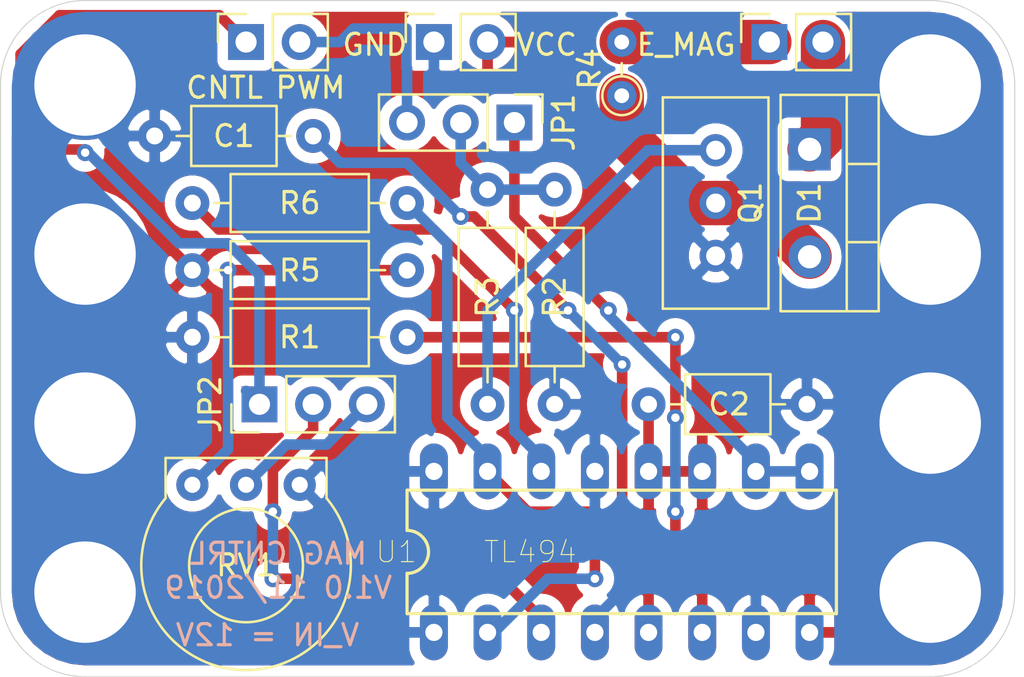
<source format=kicad_pcb>
(kicad_pcb (version 20171130) (host pcbnew "(5.1.4)-1")

  (general
    (thickness 1.6)
    (drawings 15)
    (tracks 103)
    (zones 0)
    (modules 25)
    (nets 18)
  )

  (page A4)
  (layers
    (0 F.Cu signal)
    (31 B.Cu signal)
    (32 B.Adhes user)
    (33 F.Adhes user)
    (34 B.Paste user)
    (35 F.Paste user)
    (36 B.SilkS user)
    (37 F.SilkS user)
    (38 B.Mask user)
    (39 F.Mask user)
    (40 Dwgs.User user)
    (41 Cmts.User user)
    (42 Eco1.User user)
    (43 Eco2.User user)
    (44 Edge.Cuts user)
    (45 Margin user)
    (46 B.CrtYd user)
    (47 F.CrtYd user)
    (48 B.Fab user hide)
    (49 F.Fab user hide)
  )

  (setup
    (last_trace_width 0.25)
    (trace_clearance 0.2)
    (zone_clearance 0.508)
    (zone_45_only no)
    (trace_min 0.2)
    (via_size 0.8)
    (via_drill 0.4)
    (via_min_size 0.4)
    (via_min_drill 0.3)
    (uvia_size 0.3)
    (uvia_drill 0.1)
    (uvias_allowed no)
    (uvia_min_size 0.2)
    (uvia_min_drill 0.1)
    (edge_width 0.05)
    (segment_width 0.2)
    (pcb_text_width 0.3)
    (pcb_text_size 1.5 1.5)
    (mod_edge_width 0.12)
    (mod_text_size 1 1)
    (mod_text_width 0.15)
    (pad_size 5.2 5.2)
    (pad_drill 0)
    (pad_to_mask_clearance 0.051)
    (solder_mask_min_width 0.25)
    (aux_axis_origin 48.26 -10.16)
    (visible_elements 7FFFFFFF)
    (pcbplotparams
      (layerselection 0x010fc_ffffffff)
      (usegerberextensions false)
      (usegerberattributes false)
      (usegerberadvancedattributes false)
      (creategerberjobfile false)
      (excludeedgelayer true)
      (linewidth 0.100000)
      (plotframeref false)
      (viasonmask false)
      (mode 1)
      (useauxorigin false)
      (hpglpennumber 1)
      (hpglpenspeed 20)
      (hpglpendiameter 15.000000)
      (psnegative false)
      (psa4output false)
      (plotreference true)
      (plotvalue true)
      (plotinvisibletext false)
      (padsonsilk false)
      (subtractmaskfromsilk false)
      (outputformat 1)
      (mirror false)
      (drillshape 0)
      (scaleselection 1)
      (outputdirectory "ElectromagnetControllerOutJob/"))
  )

  (net 0 "")
  (net 1 /R_SENSE_L)
  (net 2 "Net-(Q1-Pad1)")
  (net 3 GND)
  (net 4 "Net-(R1-Pad1)")
  (net 5 VCC)
  (net 6 "Net-(JP1-Pad1)")
  (net 7 "Net-(C1-Pad1)")
  (net 8 /EMAG_FLYBK)
  (net 9 /EXTERNAL_PWM)
  (net 10 /EXTERNAL_CNTL)
  (net 11 /EMAG_IN)
  (net 12 /PWM_IN)
  (net 13 /MANUAL_CNTL)
  (net 14 "Net-(JP2-Pad2)")
  (net 15 "Net-(R5-Pad2)")
  (net 16 "Net-(R6-Pad2)")
  (net 17 "Net-(R6-Pad1)")

  (net_class Default "This is the default net class."
    (clearance 0.2)
    (trace_width 0.25)
    (via_dia 0.8)
    (via_drill 0.4)
    (uvia_dia 0.3)
    (uvia_drill 0.1)
    (add_net /EMAG_FLYBK)
    (add_net /EMAG_IN)
    (add_net /EXTERNAL_CNTL)
    (add_net /EXTERNAL_PWM)
    (add_net /MANUAL_CNTL)
    (add_net /PWM_IN)
    (add_net /R_SENSE_L)
    (add_net GND)
    (add_net "Net-(C1-Pad1)")
    (add_net "Net-(JP1-Pad1)")
    (add_net "Net-(JP2-Pad2)")
    (add_net "Net-(Q1-Pad1)")
    (add_net "Net-(R1-Pad1)")
    (add_net "Net-(R5-Pad2)")
    (add_net "Net-(R6-Pad1)")
    (add_net "Net-(R6-Pad2)")
    (add_net VCC)
  )

  (module Connector_PinHeader_2.54mm:PinHeader_1x03_P2.54mm_Vertical (layer F.Cu) (tedit 59FED5CC) (tstamp 5DD272B3)
    (at 20.32 -22.225 270)
    (descr "Through hole straight pin header, 1x03, 2.54mm pitch, single row")
    (tags "Through hole pin header THT 1x03 2.54mm single row")
    (path /5DC43051)
    (fp_text reference JP1 (at 0 -2.33 90) (layer F.SilkS)
      (effects (font (size 1 1) (thickness 0.15)))
    )
    (fp_text value Jumper_3_Bridged12 (at 0 7.41 90) (layer F.Fab)
      (effects (font (size 1 1) (thickness 0.15)))
    )
    (fp_text user %R (at 0 2.54) (layer F.Fab)
      (effects (font (size 1 1) (thickness 0.15)))
    )
    (fp_line (start 1.8 -1.8) (end -1.8 -1.8) (layer F.CrtYd) (width 0.05))
    (fp_line (start 1.8 6.85) (end 1.8 -1.8) (layer F.CrtYd) (width 0.05))
    (fp_line (start -1.8 6.85) (end 1.8 6.85) (layer F.CrtYd) (width 0.05))
    (fp_line (start -1.8 -1.8) (end -1.8 6.85) (layer F.CrtYd) (width 0.05))
    (fp_line (start -1.33 -1.33) (end 0 -1.33) (layer F.SilkS) (width 0.12))
    (fp_line (start -1.33 0) (end -1.33 -1.33) (layer F.SilkS) (width 0.12))
    (fp_line (start -1.33 1.27) (end 1.33 1.27) (layer F.SilkS) (width 0.12))
    (fp_line (start 1.33 1.27) (end 1.33 6.41) (layer F.SilkS) (width 0.12))
    (fp_line (start -1.33 1.27) (end -1.33 6.41) (layer F.SilkS) (width 0.12))
    (fp_line (start -1.33 6.41) (end 1.33 6.41) (layer F.SilkS) (width 0.12))
    (fp_line (start -1.27 -0.635) (end -0.635 -1.27) (layer F.Fab) (width 0.1))
    (fp_line (start -1.27 6.35) (end -1.27 -0.635) (layer F.Fab) (width 0.1))
    (fp_line (start 1.27 6.35) (end -1.27 6.35) (layer F.Fab) (width 0.1))
    (fp_line (start 1.27 -1.27) (end 1.27 6.35) (layer F.Fab) (width 0.1))
    (fp_line (start -0.635 -1.27) (end 1.27 -1.27) (layer F.Fab) (width 0.1))
    (pad 3 thru_hole oval (at 0 5.08 270) (size 1.7 1.7) (drill 1) (layers *.Cu *.Mask)
      (net 9 /EXTERNAL_PWM))
    (pad 2 thru_hole oval (at 0 2.54 270) (size 1.7 1.7) (drill 1) (layers *.Cu *.Mask)
      (net 12 /PWM_IN))
    (pad 1 thru_hole rect (at 0 0 270) (size 1.7 1.7) (drill 1) (layers *.Cu *.Mask)
      (net 6 "Net-(JP1-Pad1)"))
    (model ${KISYS3DMOD}/Connector_PinHeader_2.54mm.3dshapes/PinHeader_1x03_P2.54mm_Vertical.wrl
      (at (xyz 0 0 0))
      (scale (xyz 1 1 1))
      (rotate (xyz 0 0 0))
    )
  )

  (module ElectromagnetLegoLib:TL494 (layer F.Cu) (tedit 0) (tstamp 5DC399F3)
    (at 25.4 -1.905)
    (descr "<b>Dual In Line Package</b>")
    (path /5DC4068A)
    (fp_text reference U1 (at -10.668 0) (layer F.SilkS)
      (effects (font (size 1.0018 1.0018) (thickness 0.05)))
    )
    (fp_text value TL494 (at -4.3253 0.000002) (layer F.SilkS)
      (effects (font (size 1.00169 1.00169) (thickness 0.05)))
    )
    (fp_arc (start -10.16 0) (end -10.16 1.016) (angle -180) (layer F.SilkS) (width 0.1524))
    (fp_line (start -10.16 2.921) (end -10.16 1.016) (layer F.SilkS) (width 0.1524))
    (fp_line (start -10.16 -2.921) (end -10.16 -1.016) (layer F.SilkS) (width 0.1524))
    (fp_line (start 10.16 -2.921) (end 10.16 2.921) (layer F.SilkS) (width 0.1524))
    (fp_line (start -10.16 2.921) (end 10.16 2.921) (layer F.SilkS) (width 0.1524))
    (fp_line (start 10.16 -2.921) (end -10.16 -2.921) (layer F.SilkS) (width 0.1524))
    (pad 16 thru_hole oval (at -8.89 -3.81 90) (size 2.6416 1.3208) (drill 0.8128) (layers *.Cu *.Mask)
      (net 3 GND))
    (pad 15 thru_hole oval (at -6.35 -3.81 90) (size 2.6416 1.3208) (drill 0.8128) (layers *.Cu *.Mask)
      (net 16 "Net-(R6-Pad2)"))
    (pad 14 thru_hole oval (at -3.81 -3.81 90) (size 2.6416 1.3208) (drill 0.8128) (layers *.Cu *.Mask)
      (net 17 "Net-(R6-Pad1)"))
    (pad 13 thru_hole oval (at -1.27 -3.81 90) (size 2.6416 1.3208) (drill 0.8128) (layers *.Cu *.Mask)
      (net 3 GND))
    (pad 12 thru_hole oval (at 1.27 -3.81 90) (size 2.6416 1.3208) (drill 0.8128) (layers *.Cu *.Mask)
      (net 5 VCC))
    (pad 11 thru_hole oval (at 3.81 -3.81 90) (size 2.6416 1.3208) (drill 0.8128) (layers *.Cu *.Mask)
      (net 5 VCC))
    (pad 10 thru_hole oval (at 6.35 -3.81 90) (size 2.6416 1.3208) (drill 0.8128) (layers *.Cu *.Mask)
      (net 6 "Net-(JP1-Pad1)"))
    (pad 9 thru_hole oval (at 8.89 -3.81 90) (size 2.6416 1.3208) (drill 0.8128) (layers *.Cu *.Mask)
      (net 6 "Net-(JP1-Pad1)"))
    (pad 5 thru_hole oval (at 1.27 3.81 90) (size 2.6416 1.3208) (drill 0.8128) (layers *.Cu *.Mask)
      (net 7 "Net-(C1-Pad1)"))
    (pad 6 thru_hole oval (at 3.81 3.81 90) (size 2.6416 1.3208) (drill 0.8128) (layers *.Cu *.Mask)
      (net 4 "Net-(R1-Pad1)"))
    (pad 4 thru_hole oval (at -1.27 3.81 90) (size 2.6416 1.3208) (drill 0.8128) (layers *.Cu *.Mask)
      (net 3 GND))
    (pad 3 thru_hole oval (at -3.81 3.81 90) (size 2.6416 1.3208) (drill 0.8128) (layers *.Cu *.Mask)
      (net 14 "Net-(JP2-Pad2)"))
    (pad 8 thru_hole oval (at 8.89 3.81 90) (size 2.6416 1.3208) (drill 0.8128) (layers *.Cu *.Mask)
      (net 5 VCC))
    (pad 7 thru_hole oval (at 6.35 3.81 90) (size 2.6416 1.3208) (drill 0.8128) (layers *.Cu *.Mask)
      (net 3 GND))
    (pad 2 thru_hole oval (at -6.35 3.81 90) (size 2.6416 1.3208) (drill 0.8128) (layers *.Cu *.Mask)
      (net 16 "Net-(R6-Pad2)"))
    (pad 1 thru_hole oval (at -8.89 3.81 90) (size 2.6416 1.3208) (drill 0.8128) (layers *.Cu *.Mask)
      (net 3 GND))
  )

  (module Resistor_THT:R_Axial_DIN0204_L3.6mm_D1.6mm_P2.54mm_Vertical (layer F.Cu) (tedit 5AE5139B) (tstamp 5DD254CC)
    (at 25.4 -23.495 90)
    (descr "Resistor, Axial_DIN0204 series, Axial, Vertical, pin pitch=2.54mm, 0.167W, length*diameter=3.6*1.6mm^2, http://cdn-reichelt.de/documents/datenblatt/B400/1_4W%23YAG.pdf")
    (tags "Resistor Axial_DIN0204 series Axial Vertical pin pitch 2.54mm 0.167W length 3.6mm diameter 1.6mm")
    (path /5DC4CE1B)
    (fp_text reference R4 (at 1.27 -1.524 90) (layer F.SilkS)
      (effects (font (size 1 1) (thickness 0.15)))
    )
    (fp_text value 0.1 (at 1.27 1.92 90) (layer F.Fab)
      (effects (font (size 1 1) (thickness 0.15)))
    )
    (fp_text user %R (at 1.27 -1.92 90) (layer F.Fab)
      (effects (font (size 1 1) (thickness 0.15)))
    )
    (fp_line (start 3.49 -1.05) (end -1.05 -1.05) (layer F.CrtYd) (width 0.05))
    (fp_line (start 3.49 1.05) (end 3.49 -1.05) (layer F.CrtYd) (width 0.05))
    (fp_line (start -1.05 1.05) (end 3.49 1.05) (layer F.CrtYd) (width 0.05))
    (fp_line (start -1.05 -1.05) (end -1.05 1.05) (layer F.CrtYd) (width 0.05))
    (fp_line (start 0.92 0) (end 1.54 0) (layer F.SilkS) (width 0.12))
    (fp_line (start 0 0) (end 2.54 0) (layer F.Fab) (width 0.1))
    (fp_circle (center 0 0) (end 0.92 0) (layer F.SilkS) (width 0.12))
    (fp_circle (center 0 0) (end 0.8 0) (layer F.Fab) (width 0.1))
    (pad 2 thru_hole oval (at 2.54 0 90) (size 1.4 1.4) (drill 0.7) (layers *.Cu *.Mask)
      (net 11 /EMAG_IN))
    (pad 1 thru_hole circle (at 0 0 90) (size 1.4 1.4) (drill 0.7) (layers *.Cu *.Mask)
      (net 1 /R_SENSE_L))
    (model ${KISYS3DMOD}/Resistor_THT.3dshapes/R_Axial_DIN0204_L3.6mm_D1.6mm_P2.54mm_Vertical.wrl
      (at (xyz 0 0 0))
      (scale (xyz 1 1 1))
      (rotate (xyz 0 0 0))
    )
  )

  (module ElectromagnetLegoLib:BOURNS_3352_TRIMPOT (layer F.Cu) (tedit 5DD21094) (tstamp 5DD27370)
    (at 7.62 -5.08 180)
    (path /5DC50BC2)
    (fp_text reference RV1 (at 0 -3.81) (layer F.SilkS)
      (effects (font (size 1 1) (thickness 0.15)))
    )
    (fp_text value "4K RPOT" (at 0 2.54) (layer F.Fab)
      (effects (font (size 1 1) (thickness 0.15)))
    )
    (fp_circle (center 0 -3.81) (end 1.905 -1.905) (layer F.SilkS) (width 0.12))
    (fp_line (start 3.81 1.27) (end 3.81 -0.635) (layer F.SilkS) (width 0.12))
    (fp_line (start -3.81 1.27) (end -3.81 -0.635) (layer F.SilkS) (width 0.12))
    (fp_arc (start 0 -3.81) (end 3.809999 -0.635001) (angle -259.6111422) (layer F.SilkS) (width 0.12))
    (fp_line (start -3.81 1.27) (end 3.81 1.27) (layer F.SilkS) (width 0.12))
    (pad 3 thru_hole circle (at -2.54 0 180) (size 1.524 1.524) (drill 0.762) (layers *.Cu *.Mask)
      (net 3 GND))
    (pad 2 thru_hole circle (at 0 0 180) (size 1.524 1.524) (drill 0.762) (layers *.Cu *.Mask)
      (net 13 /MANUAL_CNTL))
    (pad 1 thru_hole circle (at 2.54 0 180) (size 1.524 1.524) (drill 0.762) (layers *.Cu *.Mask)
      (net 15 "Net-(R5-Pad2)"))
  )

  (module Resistor_THT:R_Axial_DIN0207_L6.3mm_D2.5mm_P10.16mm_Horizontal (layer F.Cu) (tedit 5AE5139B) (tstamp 5DD27364)
    (at 5.08 -18.415)
    (descr "Resistor, Axial_DIN0207 series, Axial, Horizontal, pin pitch=10.16mm, 0.25W = 1/4W, length*diameter=6.3*2.5mm^2, http://cdn-reichelt.de/documents/datenblatt/B400/1_4W%23YAG.pdf")
    (tags "Resistor Axial_DIN0207 series Axial Horizontal pin pitch 10.16mm 0.25W = 1/4W length 6.3mm diameter 2.5mm")
    (path /5DD208FE)
    (fp_text reference R6 (at 5.08 0) (layer F.SilkS)
      (effects (font (size 1 1) (thickness 0.15)))
    )
    (fp_text value 50K (at 5.08 2.37) (layer F.Fab)
      (effects (font (size 1 1) (thickness 0.15)))
    )
    (fp_text user %R (at 5.08 0) (layer F.Fab)
      (effects (font (size 1 1) (thickness 0.15)))
    )
    (fp_line (start 11.21 -1.5) (end -1.05 -1.5) (layer F.CrtYd) (width 0.05))
    (fp_line (start 11.21 1.5) (end 11.21 -1.5) (layer F.CrtYd) (width 0.05))
    (fp_line (start -1.05 1.5) (end 11.21 1.5) (layer F.CrtYd) (width 0.05))
    (fp_line (start -1.05 -1.5) (end -1.05 1.5) (layer F.CrtYd) (width 0.05))
    (fp_line (start 9.12 0) (end 8.35 0) (layer F.SilkS) (width 0.12))
    (fp_line (start 1.04 0) (end 1.81 0) (layer F.SilkS) (width 0.12))
    (fp_line (start 8.35 -1.37) (end 1.81 -1.37) (layer F.SilkS) (width 0.12))
    (fp_line (start 8.35 1.37) (end 8.35 -1.37) (layer F.SilkS) (width 0.12))
    (fp_line (start 1.81 1.37) (end 8.35 1.37) (layer F.SilkS) (width 0.12))
    (fp_line (start 1.81 -1.37) (end 1.81 1.37) (layer F.SilkS) (width 0.12))
    (fp_line (start 10.16 0) (end 8.23 0) (layer F.Fab) (width 0.1))
    (fp_line (start 0 0) (end 1.93 0) (layer F.Fab) (width 0.1))
    (fp_line (start 8.23 -1.25) (end 1.93 -1.25) (layer F.Fab) (width 0.1))
    (fp_line (start 8.23 1.25) (end 8.23 -1.25) (layer F.Fab) (width 0.1))
    (fp_line (start 1.93 1.25) (end 8.23 1.25) (layer F.Fab) (width 0.1))
    (fp_line (start 1.93 -1.25) (end 1.93 1.25) (layer F.Fab) (width 0.1))
    (pad 2 thru_hole oval (at 10.16 0) (size 1.6 1.6) (drill 0.8) (layers *.Cu *.Mask)
      (net 16 "Net-(R6-Pad2)"))
    (pad 1 thru_hole circle (at 0 0) (size 1.6 1.6) (drill 0.8) (layers *.Cu *.Mask)
      (net 17 "Net-(R6-Pad1)"))
    (model ${KISYS3DMOD}/Resistor_THT.3dshapes/R_Axial_DIN0207_L6.3mm_D2.5mm_P10.16mm_Horizontal.wrl
      (at (xyz 0 0 0))
      (scale (xyz 1 1 1))
      (rotate (xyz 0 0 0))
    )
  )

  (module Resistor_THT:R_Axial_DIN0207_L6.3mm_D2.5mm_P10.16mm_Horizontal (layer F.Cu) (tedit 5AE5139B) (tstamp 5DD2734D)
    (at 5.08 -15.24)
    (descr "Resistor, Axial_DIN0207 series, Axial, Horizontal, pin pitch=10.16mm, 0.25W = 1/4W, length*diameter=6.3*2.5mm^2, http://cdn-reichelt.de/documents/datenblatt/B400/1_4W%23YAG.pdf")
    (tags "Resistor Axial_DIN0207 series Axial Horizontal pin pitch 10.16mm 0.25W = 1/4W length 6.3mm diameter 2.5mm")
    (path /5DD59C30)
    (fp_text reference R5 (at 5.08 0.02) (layer F.SilkS)
      (effects (font (size 1 1) (thickness 0.15)))
    )
    (fp_text value 10K (at 5.08 2.37) (layer F.Fab)
      (effects (font (size 1 1) (thickness 0.15)))
    )
    (fp_text user %R (at 5.08 0) (layer F.Fab)
      (effects (font (size 1 1) (thickness 0.15)))
    )
    (fp_line (start 11.21 -1.5) (end -1.05 -1.5) (layer F.CrtYd) (width 0.05))
    (fp_line (start 11.21 1.5) (end 11.21 -1.5) (layer F.CrtYd) (width 0.05))
    (fp_line (start -1.05 1.5) (end 11.21 1.5) (layer F.CrtYd) (width 0.05))
    (fp_line (start -1.05 -1.5) (end -1.05 1.5) (layer F.CrtYd) (width 0.05))
    (fp_line (start 9.12 0) (end 8.35 0) (layer F.SilkS) (width 0.12))
    (fp_line (start 1.04 0) (end 1.81 0) (layer F.SilkS) (width 0.12))
    (fp_line (start 8.35 -1.37) (end 1.81 -1.37) (layer F.SilkS) (width 0.12))
    (fp_line (start 8.35 1.37) (end 8.35 -1.37) (layer F.SilkS) (width 0.12))
    (fp_line (start 1.81 1.37) (end 8.35 1.37) (layer F.SilkS) (width 0.12))
    (fp_line (start 1.81 -1.37) (end 1.81 1.37) (layer F.SilkS) (width 0.12))
    (fp_line (start 10.16 0) (end 8.23 0) (layer F.Fab) (width 0.1))
    (fp_line (start 0 0) (end 1.93 0) (layer F.Fab) (width 0.1))
    (fp_line (start 8.23 -1.25) (end 1.93 -1.25) (layer F.Fab) (width 0.1))
    (fp_line (start 8.23 1.25) (end 8.23 -1.25) (layer F.Fab) (width 0.1))
    (fp_line (start 1.93 1.25) (end 8.23 1.25) (layer F.Fab) (width 0.1))
    (fp_line (start 1.93 -1.25) (end 1.93 1.25) (layer F.Fab) (width 0.1))
    (pad 2 thru_hole oval (at 10.16 0) (size 1.6 1.6) (drill 0.8) (layers *.Cu *.Mask)
      (net 15 "Net-(R5-Pad2)"))
    (pad 1 thru_hole circle (at 0 0) (size 1.6 1.6) (drill 0.8) (layers *.Cu *.Mask)
      (net 5 VCC))
    (model ${KISYS3DMOD}/Resistor_THT.3dshapes/R_Axial_DIN0207_L6.3mm_D2.5mm_P10.16mm_Horizontal.wrl
      (at (xyz 0 0 0))
      (scale (xyz 1 1 1))
      (rotate (xyz 0 0 0))
    )
  )

  (module Connector_PinHeader_2.54mm:PinHeader_1x03_P2.54mm_Vertical (layer F.Cu) (tedit 59FED5CC) (tstamp 5DD272CA)
    (at 8.255 -8.89 90)
    (descr "Through hole straight pin header, 1x03, 2.54mm pitch, single row")
    (tags "Through hole pin header THT 1x03 2.54mm single row")
    (path /5DD36378)
    (fp_text reference JP2 (at 0 -2.33 90) (layer F.SilkS)
      (effects (font (size 1 1) (thickness 0.15)))
    )
    (fp_text value Jumper_3_Bridged12 (at 0 7.41 90) (layer F.Fab)
      (effects (font (size 1 1) (thickness 0.15)))
    )
    (fp_text user %R (at 0 2.54) (layer F.Fab)
      (effects (font (size 1 1) (thickness 0.15)))
    )
    (fp_line (start 1.8 -1.8) (end -1.8 -1.8) (layer F.CrtYd) (width 0.05))
    (fp_line (start 1.8 6.85) (end 1.8 -1.8) (layer F.CrtYd) (width 0.05))
    (fp_line (start -1.8 6.85) (end 1.8 6.85) (layer F.CrtYd) (width 0.05))
    (fp_line (start -1.8 -1.8) (end -1.8 6.85) (layer F.CrtYd) (width 0.05))
    (fp_line (start -1.33 -1.33) (end 0 -1.33) (layer F.SilkS) (width 0.12))
    (fp_line (start -1.33 0) (end -1.33 -1.33) (layer F.SilkS) (width 0.12))
    (fp_line (start -1.33 1.27) (end 1.33 1.27) (layer F.SilkS) (width 0.12))
    (fp_line (start 1.33 1.27) (end 1.33 6.41) (layer F.SilkS) (width 0.12))
    (fp_line (start -1.33 1.27) (end -1.33 6.41) (layer F.SilkS) (width 0.12))
    (fp_line (start -1.33 6.41) (end 1.33 6.41) (layer F.SilkS) (width 0.12))
    (fp_line (start -1.27 -0.635) (end -0.635 -1.27) (layer F.Fab) (width 0.1))
    (fp_line (start -1.27 6.35) (end -1.27 -0.635) (layer F.Fab) (width 0.1))
    (fp_line (start 1.27 6.35) (end -1.27 6.35) (layer F.Fab) (width 0.1))
    (fp_line (start 1.27 -1.27) (end 1.27 6.35) (layer F.Fab) (width 0.1))
    (fp_line (start -0.635 -1.27) (end 1.27 -1.27) (layer F.Fab) (width 0.1))
    (pad 3 thru_hole oval (at 0 5.08 90) (size 1.7 1.7) (drill 1) (layers *.Cu *.Mask)
      (net 13 /MANUAL_CNTL))
    (pad 2 thru_hole oval (at 0 2.54 90) (size 1.7 1.7) (drill 1) (layers *.Cu *.Mask)
      (net 14 "Net-(JP2-Pad2)"))
    (pad 1 thru_hole rect (at 0 0 90) (size 1.7 1.7) (drill 1) (layers *.Cu *.Mask)
      (net 10 /EXTERNAL_CNTL))
    (model ${KISYS3DMOD}/Connector_PinHeader_2.54mm.3dshapes/PinHeader_1x03_P2.54mm_Vertical.wrl
      (at (xyz 0 0 0))
      (scale (xyz 1 1 1))
      (rotate (xyz 0 0 0))
    )
  )

  (module Connector_PinSocket_2.54mm:PinSocket_1x02_P2.54mm_Vertical (layer F.Cu) (tedit 5A19A420) (tstamp 5DD2729C)
    (at 16.51 -26.035 90)
    (descr "Through hole straight socket strip, 1x02, 2.54mm pitch, single row (from Kicad 4.0.7), script generated")
    (tags "Through hole socket strip THT 1x02 2.54mm single row")
    (path /5DD43A7D)
    (fp_text reference J3 (at 0 -2.77 90) (layer F.SilkS) hide
      (effects (font (size 1 1) (thickness 0.15)))
    )
    (fp_text value Screw_Terminal_01x02 (at 0 5.31 90) (layer F.Fab)
      (effects (font (size 1 1) (thickness 0.15)))
    )
    (fp_text user %R (at 0 1.27) (layer F.Fab)
      (effects (font (size 1 1) (thickness 0.15)))
    )
    (fp_line (start -1.8 4.3) (end -1.8 -1.8) (layer F.CrtYd) (width 0.05))
    (fp_line (start 1.75 4.3) (end -1.8 4.3) (layer F.CrtYd) (width 0.05))
    (fp_line (start 1.75 -1.8) (end 1.75 4.3) (layer F.CrtYd) (width 0.05))
    (fp_line (start -1.8 -1.8) (end 1.75 -1.8) (layer F.CrtYd) (width 0.05))
    (fp_line (start 0 -1.33) (end 1.33 -1.33) (layer F.SilkS) (width 0.12))
    (fp_line (start 1.33 -1.33) (end 1.33 0) (layer F.SilkS) (width 0.12))
    (fp_line (start 1.33 1.27) (end 1.33 3.87) (layer F.SilkS) (width 0.12))
    (fp_line (start -1.33 3.87) (end 1.33 3.87) (layer F.SilkS) (width 0.12))
    (fp_line (start -1.33 1.27) (end -1.33 3.87) (layer F.SilkS) (width 0.12))
    (fp_line (start -1.33 1.27) (end 1.33 1.27) (layer F.SilkS) (width 0.12))
    (fp_line (start -1.27 3.81) (end -1.27 -1.27) (layer F.Fab) (width 0.1))
    (fp_line (start 1.27 3.81) (end -1.27 3.81) (layer F.Fab) (width 0.1))
    (fp_line (start 1.27 -0.635) (end 1.27 3.81) (layer F.Fab) (width 0.1))
    (fp_line (start 0.635 -1.27) (end 1.27 -0.635) (layer F.Fab) (width 0.1))
    (fp_line (start -1.27 -1.27) (end 0.635 -1.27) (layer F.Fab) (width 0.1))
    (pad 2 thru_hole oval (at 0 2.54 90) (size 1.7 1.7) (drill 1) (layers *.Cu *.Mask)
      (net 5 VCC))
    (pad 1 thru_hole rect (at 0 0 90) (size 1.7 1.7) (drill 1) (layers *.Cu *.Mask)
      (net 3 GND))
    (model ${KISYS3DMOD}/Connector_PinSocket_2.54mm.3dshapes/PinSocket_1x02_P2.54mm_Vertical.wrl
      (at (xyz 0 0 0))
      (scale (xyz 1 1 1))
      (rotate (xyz 0 0 0))
    )
  )

  (module Connector_PinSocket_2.54mm:PinSocket_1x02_P2.54mm_Vertical (layer F.Cu) (tedit 5A19A420) (tstamp 5DD27286)
    (at 32.385 -26.035 90)
    (descr "Through hole straight socket strip, 1x02, 2.54mm pitch, single row (from Kicad 4.0.7), script generated")
    (tags "Through hole socket strip THT 1x02 2.54mm single row")
    (path /5DC3ED0D)
    (fp_text reference J2 (at 0 -2.77 90) (layer F.SilkS) hide
      (effects (font (size 1 1) (thickness 0.15)))
    )
    (fp_text value Screw_Terminal_01x02 (at 0 5.31 90) (layer F.Fab)
      (effects (font (size 1 1) (thickness 0.15)))
    )
    (fp_text user %R (at 0 1.27) (layer F.Fab)
      (effects (font (size 1 1) (thickness 0.15)))
    )
    (fp_line (start -1.8 4.3) (end -1.8 -1.8) (layer F.CrtYd) (width 0.05))
    (fp_line (start 1.75 4.3) (end -1.8 4.3) (layer F.CrtYd) (width 0.05))
    (fp_line (start 1.75 -1.8) (end 1.75 4.3) (layer F.CrtYd) (width 0.05))
    (fp_line (start -1.8 -1.8) (end 1.75 -1.8) (layer F.CrtYd) (width 0.05))
    (fp_line (start 0 -1.33) (end 1.33 -1.33) (layer F.SilkS) (width 0.12))
    (fp_line (start 1.33 -1.33) (end 1.33 0) (layer F.SilkS) (width 0.12))
    (fp_line (start 1.33 1.27) (end 1.33 3.87) (layer F.SilkS) (width 0.12))
    (fp_line (start -1.33 3.87) (end 1.33 3.87) (layer F.SilkS) (width 0.12))
    (fp_line (start -1.33 1.27) (end -1.33 3.87) (layer F.SilkS) (width 0.12))
    (fp_line (start -1.33 1.27) (end 1.33 1.27) (layer F.SilkS) (width 0.12))
    (fp_line (start -1.27 3.81) (end -1.27 -1.27) (layer F.Fab) (width 0.1))
    (fp_line (start 1.27 3.81) (end -1.27 3.81) (layer F.Fab) (width 0.1))
    (fp_line (start 1.27 -0.635) (end 1.27 3.81) (layer F.Fab) (width 0.1))
    (fp_line (start 0.635 -1.27) (end 1.27 -0.635) (layer F.Fab) (width 0.1))
    (fp_line (start -1.27 -1.27) (end 0.635 -1.27) (layer F.Fab) (width 0.1))
    (pad 2 thru_hole oval (at 0 2.54 90) (size 1.7 1.7) (drill 1) (layers *.Cu *.Mask)
      (net 8 /EMAG_FLYBK))
    (pad 1 thru_hole rect (at 0 0 90) (size 1.7 1.7) (drill 1) (layers *.Cu *.Mask)
      (net 11 /EMAG_IN))
    (model ${KISYS3DMOD}/Connector_PinSocket_2.54mm.3dshapes/PinSocket_1x02_P2.54mm_Vertical.wrl
      (at (xyz 0 0 0))
      (scale (xyz 1 1 1))
      (rotate (xyz 0 0 0))
    )
  )

  (module Connector_PinSocket_2.54mm:PinSocket_1x02_P2.54mm_Vertical (layer F.Cu) (tedit 5A19A420) (tstamp 5DD27270)
    (at 7.62 -26.035 90)
    (descr "Through hole straight socket strip, 1x02, 2.54mm pitch, single row (from Kicad 4.0.7), script generated")
    (tags "Through hole socket strip THT 1x02 2.54mm single row")
    (path /5DC4546A)
    (fp_text reference EX (at 0 -2.77 90) (layer F.SilkS) hide
      (effects (font (size 1 1) (thickness 0.15)))
    )
    (fp_text value Screw_Terminal_01x02 (at 0 5.31 90) (layer F.Fab)
      (effects (font (size 1 1) (thickness 0.15)))
    )
    (fp_text user %R (at 0 1.27) (layer F.Fab)
      (effects (font (size 1 1) (thickness 0.15)))
    )
    (fp_line (start -1.8 4.3) (end -1.8 -1.8) (layer F.CrtYd) (width 0.05))
    (fp_line (start 1.75 4.3) (end -1.8 4.3) (layer F.CrtYd) (width 0.05))
    (fp_line (start 1.75 -1.8) (end 1.75 4.3) (layer F.CrtYd) (width 0.05))
    (fp_line (start -1.8 -1.8) (end 1.75 -1.8) (layer F.CrtYd) (width 0.05))
    (fp_line (start 0 -1.33) (end 1.33 -1.33) (layer F.SilkS) (width 0.12))
    (fp_line (start 1.33 -1.33) (end 1.33 0) (layer F.SilkS) (width 0.12))
    (fp_line (start 1.33 1.27) (end 1.33 3.87) (layer F.SilkS) (width 0.12))
    (fp_line (start -1.33 3.87) (end 1.33 3.87) (layer F.SilkS) (width 0.12))
    (fp_line (start -1.33 1.27) (end -1.33 3.87) (layer F.SilkS) (width 0.12))
    (fp_line (start -1.33 1.27) (end 1.33 1.27) (layer F.SilkS) (width 0.12))
    (fp_line (start -1.27 3.81) (end -1.27 -1.27) (layer F.Fab) (width 0.1))
    (fp_line (start 1.27 3.81) (end -1.27 3.81) (layer F.Fab) (width 0.1))
    (fp_line (start 1.27 -0.635) (end 1.27 3.81) (layer F.Fab) (width 0.1))
    (fp_line (start 0.635 -1.27) (end 1.27 -0.635) (layer F.Fab) (width 0.1))
    (fp_line (start -1.27 -1.27) (end 0.635 -1.27) (layer F.Fab) (width 0.1))
    (pad 2 thru_hole oval (at 0 2.54 90) (size 1.7 1.7) (drill 1) (layers *.Cu *.Mask)
      (net 9 /EXTERNAL_PWM))
    (pad 1 thru_hole rect (at 0 0 90) (size 1.7 1.7) (drill 1) (layers *.Cu *.Mask)
      (net 10 /EXTERNAL_CNTL))
    (model ${KISYS3DMOD}/Connector_PinSocket_2.54mm.3dshapes/PinSocket_1x02_P2.54mm_Vertical.wrl
      (at (xyz 0 0 0))
      (scale (xyz 1 1 1))
      (rotate (xyz 0 0 0))
    )
  )

  (module Capacitor_THT:C_Axial_L3.8mm_D2.6mm_P7.50mm_Horizontal (layer F.Cu) (tedit 5AE50EF0) (tstamp 5DD271EA)
    (at 26.67 -8.89)
    (descr "C, Axial series, Axial, Horizontal, pin pitch=7.5mm, , length*diameter=3.8*2.6mm^2, http://www.vishay.com/docs/45231/arseries.pdf")
    (tags "C Axial series Axial Horizontal pin pitch 7.5mm  length 3.8mm diameter 2.6mm")
    (path /5DC479F6)
    (fp_text reference C2 (at 3.81 0) (layer F.SilkS)
      (effects (font (size 1 1) (thickness 0.15)))
    )
    (fp_text value 0.1u (at 3.75 2.42) (layer F.Fab)
      (effects (font (size 1 1) (thickness 0.15)))
    )
    (fp_text user %R (at 3.75 0) (layer F.Fab)
      (effects (font (size 0.76 0.76) (thickness 0.114)))
    )
    (fp_line (start 8.55 -1.55) (end -1.05 -1.55) (layer F.CrtYd) (width 0.05))
    (fp_line (start 8.55 1.55) (end 8.55 -1.55) (layer F.CrtYd) (width 0.05))
    (fp_line (start -1.05 1.55) (end 8.55 1.55) (layer F.CrtYd) (width 0.05))
    (fp_line (start -1.05 -1.55) (end -1.05 1.55) (layer F.CrtYd) (width 0.05))
    (fp_line (start 6.46 0) (end 5.77 0) (layer F.SilkS) (width 0.12))
    (fp_line (start 1.04 0) (end 1.73 0) (layer F.SilkS) (width 0.12))
    (fp_line (start 5.77 -1.42) (end 1.73 -1.42) (layer F.SilkS) (width 0.12))
    (fp_line (start 5.77 1.42) (end 5.77 -1.42) (layer F.SilkS) (width 0.12))
    (fp_line (start 1.73 1.42) (end 5.77 1.42) (layer F.SilkS) (width 0.12))
    (fp_line (start 1.73 -1.42) (end 1.73 1.42) (layer F.SilkS) (width 0.12))
    (fp_line (start 7.5 0) (end 5.65 0) (layer F.Fab) (width 0.1))
    (fp_line (start 0 0) (end 1.85 0) (layer F.Fab) (width 0.1))
    (fp_line (start 5.65 -1.3) (end 1.85 -1.3) (layer F.Fab) (width 0.1))
    (fp_line (start 5.65 1.3) (end 5.65 -1.3) (layer F.Fab) (width 0.1))
    (fp_line (start 1.85 1.3) (end 5.65 1.3) (layer F.Fab) (width 0.1))
    (fp_line (start 1.85 -1.3) (end 1.85 1.3) (layer F.Fab) (width 0.1))
    (pad 2 thru_hole oval (at 7.5 0) (size 1.6 1.6) (drill 0.8) (layers *.Cu *.Mask)
      (net 3 GND))
    (pad 1 thru_hole circle (at 0 0) (size 1.6 1.6) (drill 0.8) (layers *.Cu *.Mask)
      (net 5 VCC))
    (model ${KISYS3DMOD}/Capacitor_THT.3dshapes/C_Axial_L3.8mm_D2.6mm_P7.50mm_Horizontal.wrl
      (at (xyz 0 0 0))
      (scale (xyz 1 1 1))
      (rotate (xyz 0 0 0))
    )
  )

  (module Capacitor_THT:C_Axial_L3.8mm_D2.6mm_P7.50mm_Horizontal (layer F.Cu) (tedit 5AE50EF0) (tstamp 5DD271D3)
    (at 10.795 -21.59 180)
    (descr "C, Axial series, Axial, Horizontal, pin pitch=7.5mm, , length*diameter=3.8*2.6mm^2, http://www.vishay.com/docs/45231/arseries.pdf")
    (tags "C Axial series Axial Horizontal pin pitch 7.5mm  length 3.8mm diameter 2.6mm")
    (path /5DC4715A)
    (fp_text reference C1 (at 3.75 0) (layer F.SilkS)
      (effects (font (size 1 1) (thickness 0.15)))
    )
    (fp_text value 0.1u (at 3.75 2.42) (layer F.Fab)
      (effects (font (size 1 1) (thickness 0.15)))
    )
    (fp_text user %R (at 3.75 0) (layer F.Fab)
      (effects (font (size 0.76 0.76) (thickness 0.114)))
    )
    (fp_line (start 8.55 -1.55) (end -1.05 -1.55) (layer F.CrtYd) (width 0.05))
    (fp_line (start 8.55 1.55) (end 8.55 -1.55) (layer F.CrtYd) (width 0.05))
    (fp_line (start -1.05 1.55) (end 8.55 1.55) (layer F.CrtYd) (width 0.05))
    (fp_line (start -1.05 -1.55) (end -1.05 1.55) (layer F.CrtYd) (width 0.05))
    (fp_line (start 6.46 0) (end 5.77 0) (layer F.SilkS) (width 0.12))
    (fp_line (start 1.04 0) (end 1.73 0) (layer F.SilkS) (width 0.12))
    (fp_line (start 5.77 -1.42) (end 1.73 -1.42) (layer F.SilkS) (width 0.12))
    (fp_line (start 5.77 1.42) (end 5.77 -1.42) (layer F.SilkS) (width 0.12))
    (fp_line (start 1.73 1.42) (end 5.77 1.42) (layer F.SilkS) (width 0.12))
    (fp_line (start 1.73 -1.42) (end 1.73 1.42) (layer F.SilkS) (width 0.12))
    (fp_line (start 7.5 0) (end 5.65 0) (layer F.Fab) (width 0.1))
    (fp_line (start 0 0) (end 1.85 0) (layer F.Fab) (width 0.1))
    (fp_line (start 5.65 -1.3) (end 1.85 -1.3) (layer F.Fab) (width 0.1))
    (fp_line (start 5.65 1.3) (end 5.65 -1.3) (layer F.Fab) (width 0.1))
    (fp_line (start 1.85 1.3) (end 5.65 1.3) (layer F.Fab) (width 0.1))
    (fp_line (start 1.85 -1.3) (end 1.85 1.3) (layer F.Fab) (width 0.1))
    (pad 2 thru_hole oval (at 7.5 0 180) (size 1.6 1.6) (drill 0.8) (layers *.Cu *.Mask)
      (net 3 GND))
    (pad 1 thru_hole circle (at 0 0 180) (size 1.6 1.6) (drill 0.8) (layers *.Cu *.Mask)
      (net 7 "Net-(C1-Pad1)"))
    (model ${KISYS3DMOD}/Capacitor_THT.3dshapes/C_Axial_L3.8mm_D2.6mm_P7.50mm_Horizontal.wrl
      (at (xyz 0 0 0))
      (scale (xyz 1 1 1))
      (rotate (xyz 0 0 0))
    )
  )

  (module ElectromagnetLegoLib:LEGO_CONNECTOR_PAD (layer F.Cu) (tedit 5DC35102) (tstamp 5DC39F4A)
    (at 40 0)
    (path /5DC6F8D1)
    (zone_connect 2)
    (fp_text reference H8 (at 0 0.5) (layer F.SilkS)
      (effects (font (size 1 1) (thickness 0.15)))
    )
    (fp_text value MountingHole_Pad (at 0 -0.5) (layer F.Fab)
      (effects (font (size 1 1) (thickness 0.15)))
    )
    (pad 1 thru_hole circle (at 0 0) (size 5.2 5.2) (drill 4.8) (layers *.Cu *.Mask)
      (net 3 GND) (zone_connect 2))
  )

  (module ElectromagnetLegoLib:LEGO_CONNECTOR_PAD (layer F.Cu) (tedit 5DC35102) (tstamp 5DC39F45)
    (at 40 -8)
    (path /5DC6F8CB)
    (zone_connect 2)
    (fp_text reference H7 (at 0 0.5) (layer F.SilkS)
      (effects (font (size 1 1) (thickness 0.15)))
    )
    (fp_text value MountingHole_Pad (at 0 -0.5) (layer F.Fab)
      (effects (font (size 1 1) (thickness 0.15)))
    )
    (pad 1 thru_hole circle (at 0 0) (size 5.2 5.2) (drill 4.8) (layers *.Cu *.Mask)
      (net 3 GND) (zone_connect 2))
  )

  (module ElectromagnetLegoLib:LEGO_CONNECTOR_PAD (layer F.Cu) (tedit 5DC35102) (tstamp 5DC39F40)
    (at 40 -24)
    (path /5DC6F08D)
    (zone_connect 2)
    (fp_text reference H6 (at 0 0.5) (layer F.SilkS)
      (effects (font (size 1 1) (thickness 0.15)))
    )
    (fp_text value MountingHole_Pad (at 0 -0.5) (layer F.Fab)
      (effects (font (size 1 1) (thickness 0.15)))
    )
    (pad 1 thru_hole circle (at 0 0) (size 5.2 5.2) (drill 4.8) (layers *.Cu *.Mask)
      (net 3 GND) (zone_connect 2))
  )

  (module ElectromagnetLegoLib:LEGO_CONNECTOR_PAD (layer F.Cu) (tedit 5DC35102) (tstamp 5DC39F3B)
    (at 40 -16)
    (path /5DC6F087)
    (zone_connect 2)
    (fp_text reference H5 (at 0 0.5) (layer F.SilkS)
      (effects (font (size 1 1) (thickness 0.15)))
    )
    (fp_text value MountingHole_Pad (at 0 -0.5) (layer F.Fab)
      (effects (font (size 1 1) (thickness 0.15)))
    )
    (pad 1 thru_hole circle (at 0 0) (size 5.2 5.2) (drill 4.8) (layers *.Cu *.Mask)
      (net 3 GND) (zone_connect 2))
  )

  (module ElectromagnetLegoLib:LEGO_CONNECTOR_PAD (layer F.Cu) (tedit 5DC35102) (tstamp 5DC39F36)
    (at 0 0)
    (path /5DC6E897)
    (zone_connect 2)
    (fp_text reference H4 (at 0 0.5) (layer F.SilkS)
      (effects (font (size 1 1) (thickness 0.15)))
    )
    (fp_text value MountingHole_Pad (at 0 -0.5) (layer F.Fab)
      (effects (font (size 1 1) (thickness 0.15)))
    )
    (pad 1 thru_hole circle (at 0 0) (size 5.2 5.2) (drill 4.8) (layers *.Cu *.Mask)
      (net 3 GND) (zone_connect 2))
  )

  (module ElectromagnetLegoLib:LEGO_CONNECTOR_PAD (layer F.Cu) (tedit 5DC35102) (tstamp 5DC39F31)
    (at 0 -8)
    (path /5DC6E891)
    (zone_connect 2)
    (fp_text reference H3 (at 0 0.5) (layer F.SilkS)
      (effects (font (size 1 1) (thickness 0.15)))
    )
    (fp_text value MountingHole_Pad (at 0 -0.5) (layer F.Fab)
      (effects (font (size 1 1) (thickness 0.15)))
    )
    (pad 1 thru_hole circle (at 0 0) (size 5.2 5.2) (drill 4.8) (layers *.Cu *.Mask)
      (net 3 GND) (zone_connect 2))
  )

  (module ElectromagnetLegoLib:LEGO_CONNECTOR_PAD (layer F.Cu) (tedit 5DC35102) (tstamp 5DC39F2C)
    (at 0 -16)
    (path /5DC6DFA4)
    (zone_connect 2)
    (fp_text reference H2 (at 0 0.5) (layer F.SilkS)
      (effects (font (size 1 1) (thickness 0.15)))
    )
    (fp_text value MountingHole_Pad (at 0 -0.5) (layer F.Fab)
      (effects (font (size 1 1) (thickness 0.15)))
    )
    (pad 1 thru_hole circle (at 0 0) (size 5.2 5.2) (drill 4.8) (layers *.Cu *.Mask)
      (net 3 GND) (zone_connect 2))
  )

  (module ElectromagnetLegoLib:LEGO_CONNECTOR_PAD (layer F.Cu) (tedit 5DC35102) (tstamp 5DC39F27)
    (at 0 -24)
    (path /5DC61DD3)
    (zone_connect 2)
    (fp_text reference H1 (at 0 0.5) (layer F.SilkS)
      (effects (font (size 1 1) (thickness 0.15)))
    )
    (fp_text value MountingHole_Pad (at 0 -0.5) (layer F.Fab)
      (effects (font (size 1 1) (thickness 0.15)))
    )
    (pad 1 thru_hole circle (at 0 0) (size 5.2 5.2) (drill 4.8) (layers *.Cu *.Mask)
      (net 3 GND) (zone_connect 2))
  )

  (module Resistor_THT:R_Axial_DIN0207_L6.3mm_D2.5mm_P10.16mm_Horizontal (layer F.Cu) (tedit 5AE5139B) (tstamp 5DC399C2)
    (at 19.05 -8.89 90)
    (descr "Resistor, Axial_DIN0207 series, Axial, Horizontal, pin pitch=10.16mm, 0.25W = 1/4W, length*diameter=6.3*2.5mm^2, http://cdn-reichelt.de/documents/datenblatt/B400/1_4W%23YAG.pdf")
    (tags "Resistor Axial_DIN0207 series Axial Horizontal pin pitch 10.16mm 0.25W = 1/4W length 6.3mm diameter 2.5mm")
    (path /5DC399F7)
    (fp_text reference R3 (at 5.08 0 90) (layer F.SilkS)
      (effects (font (size 1 1) (thickness 0.15)))
    )
    (fp_text value 61 (at 5.08 2.37 90) (layer F.Fab)
      (effects (font (size 1 1) (thickness 0.15)))
    )
    (fp_text user %R (at 5.08 0 90) (layer F.Fab)
      (effects (font (size 1 1) (thickness 0.15)))
    )
    (fp_line (start 11.21 -1.5) (end -1.05 -1.5) (layer F.CrtYd) (width 0.05))
    (fp_line (start 11.21 1.5) (end 11.21 -1.5) (layer F.CrtYd) (width 0.05))
    (fp_line (start -1.05 1.5) (end 11.21 1.5) (layer F.CrtYd) (width 0.05))
    (fp_line (start -1.05 -1.5) (end -1.05 1.5) (layer F.CrtYd) (width 0.05))
    (fp_line (start 9.12 0) (end 8.35 0) (layer F.SilkS) (width 0.12))
    (fp_line (start 1.04 0) (end 1.81 0) (layer F.SilkS) (width 0.12))
    (fp_line (start 8.35 -1.37) (end 1.81 -1.37) (layer F.SilkS) (width 0.12))
    (fp_line (start 8.35 1.37) (end 8.35 -1.37) (layer F.SilkS) (width 0.12))
    (fp_line (start 1.81 1.37) (end 8.35 1.37) (layer F.SilkS) (width 0.12))
    (fp_line (start 1.81 -1.37) (end 1.81 1.37) (layer F.SilkS) (width 0.12))
    (fp_line (start 10.16 0) (end 8.23 0) (layer F.Fab) (width 0.1))
    (fp_line (start 0 0) (end 1.93 0) (layer F.Fab) (width 0.1))
    (fp_line (start 8.23 -1.25) (end 1.93 -1.25) (layer F.Fab) (width 0.1))
    (fp_line (start 8.23 1.25) (end 8.23 -1.25) (layer F.Fab) (width 0.1))
    (fp_line (start 1.93 1.25) (end 8.23 1.25) (layer F.Fab) (width 0.1))
    (fp_line (start 1.93 -1.25) (end 1.93 1.25) (layer F.Fab) (width 0.1))
    (pad 2 thru_hole oval (at 10.16 0 90) (size 1.6 1.6) (drill 0.8) (layers *.Cu *.Mask)
      (net 12 /PWM_IN))
    (pad 1 thru_hole circle (at 0 0 90) (size 1.6 1.6) (drill 0.8) (layers *.Cu *.Mask)
      (net 2 "Net-(Q1-Pad1)"))
    (model ${KISYS3DMOD}/Resistor_THT.3dshapes/R_Axial_DIN0207_L6.3mm_D2.5mm_P10.16mm_Horizontal.wrl
      (at (xyz 0 0 0))
      (scale (xyz 1 1 1))
      (rotate (xyz 0 0 0))
    )
  )

  (module Resistor_THT:R_Axial_DIN0207_L6.3mm_D2.5mm_P10.16mm_Horizontal (layer F.Cu) (tedit 5AE5139B) (tstamp 5DC399AB)
    (at 22.225 -19.05 270)
    (descr "Resistor, Axial_DIN0207 series, Axial, Horizontal, pin pitch=10.16mm, 0.25W = 1/4W, length*diameter=6.3*2.5mm^2, http://cdn-reichelt.de/documents/datenblatt/B400/1_4W%23YAG.pdf")
    (tags "Resistor Axial_DIN0207 series Axial Horizontal pin pitch 10.16mm 0.25W = 1/4W length 6.3mm diameter 2.5mm")
    (path /5DC3A4F8)
    (fp_text reference R2 (at 5.08 0 90) (layer F.SilkS)
      (effects (font (size 1 1) (thickness 0.15)))
    )
    (fp_text value 1K (at 5.08 2.37 90) (layer F.Fab)
      (effects (font (size 1 1) (thickness 0.15)))
    )
    (fp_text user %R (at 5.08 0 90) (layer F.Fab)
      (effects (font (size 1 1) (thickness 0.15)))
    )
    (fp_line (start 11.21 -1.5) (end -1.05 -1.5) (layer F.CrtYd) (width 0.05))
    (fp_line (start 11.21 1.5) (end 11.21 -1.5) (layer F.CrtYd) (width 0.05))
    (fp_line (start -1.05 1.5) (end 11.21 1.5) (layer F.CrtYd) (width 0.05))
    (fp_line (start -1.05 -1.5) (end -1.05 1.5) (layer F.CrtYd) (width 0.05))
    (fp_line (start 9.12 0) (end 8.35 0) (layer F.SilkS) (width 0.12))
    (fp_line (start 1.04 0) (end 1.81 0) (layer F.SilkS) (width 0.12))
    (fp_line (start 8.35 -1.37) (end 1.81 -1.37) (layer F.SilkS) (width 0.12))
    (fp_line (start 8.35 1.37) (end 8.35 -1.37) (layer F.SilkS) (width 0.12))
    (fp_line (start 1.81 1.37) (end 8.35 1.37) (layer F.SilkS) (width 0.12))
    (fp_line (start 1.81 -1.37) (end 1.81 1.37) (layer F.SilkS) (width 0.12))
    (fp_line (start 10.16 0) (end 8.23 0) (layer F.Fab) (width 0.1))
    (fp_line (start 0 0) (end 1.93 0) (layer F.Fab) (width 0.1))
    (fp_line (start 8.23 -1.25) (end 1.93 -1.25) (layer F.Fab) (width 0.1))
    (fp_line (start 8.23 1.25) (end 8.23 -1.25) (layer F.Fab) (width 0.1))
    (fp_line (start 1.93 1.25) (end 8.23 1.25) (layer F.Fab) (width 0.1))
    (fp_line (start 1.93 -1.25) (end 1.93 1.25) (layer F.Fab) (width 0.1))
    (pad 2 thru_hole oval (at 10.16 0 270) (size 1.6 1.6) (drill 0.8) (layers *.Cu *.Mask)
      (net 3 GND))
    (pad 1 thru_hole circle (at 0 0 270) (size 1.6 1.6) (drill 0.8) (layers *.Cu *.Mask)
      (net 12 /PWM_IN))
    (model ${KISYS3DMOD}/Resistor_THT.3dshapes/R_Axial_DIN0207_L6.3mm_D2.5mm_P10.16mm_Horizontal.wrl
      (at (xyz 0 0 0))
      (scale (xyz 1 1 1))
      (rotate (xyz 0 0 0))
    )
  )

  (module Resistor_THT:R_Axial_DIN0207_L6.3mm_D2.5mm_P10.16mm_Horizontal (layer F.Cu) (tedit 5AE5139B) (tstamp 5DC39994)
    (at 15.24 -12.065 180)
    (descr "Resistor, Axial_DIN0207 series, Axial, Horizontal, pin pitch=10.16mm, 0.25W = 1/4W, length*diameter=6.3*2.5mm^2, http://cdn-reichelt.de/documents/datenblatt/B400/1_4W%23YAG.pdf")
    (tags "Resistor Axial_DIN0207 series Axial Horizontal pin pitch 10.16mm 0.25W = 1/4W length 6.3mm diameter 2.5mm")
    (path /5DC4A5D5)
    (fp_text reference R1 (at 5.08 0) (layer F.SilkS)
      (effects (font (size 1 1) (thickness 0.15)))
    )
    (fp_text value 10K (at 5.08 2.37) (layer F.Fab)
      (effects (font (size 1 1) (thickness 0.15)))
    )
    (fp_text user %R (at 5.08 0) (layer F.Fab)
      (effects (font (size 1 1) (thickness 0.15)))
    )
    (fp_line (start 11.21 -1.5) (end -1.05 -1.5) (layer F.CrtYd) (width 0.05))
    (fp_line (start 11.21 1.5) (end 11.21 -1.5) (layer F.CrtYd) (width 0.05))
    (fp_line (start -1.05 1.5) (end 11.21 1.5) (layer F.CrtYd) (width 0.05))
    (fp_line (start -1.05 -1.5) (end -1.05 1.5) (layer F.CrtYd) (width 0.05))
    (fp_line (start 9.12 0) (end 8.35 0) (layer F.SilkS) (width 0.12))
    (fp_line (start 1.04 0) (end 1.81 0) (layer F.SilkS) (width 0.12))
    (fp_line (start 8.35 -1.37) (end 1.81 -1.37) (layer F.SilkS) (width 0.12))
    (fp_line (start 8.35 1.37) (end 8.35 -1.37) (layer F.SilkS) (width 0.12))
    (fp_line (start 1.81 1.37) (end 8.35 1.37) (layer F.SilkS) (width 0.12))
    (fp_line (start 1.81 -1.37) (end 1.81 1.37) (layer F.SilkS) (width 0.12))
    (fp_line (start 10.16 0) (end 8.23 0) (layer F.Fab) (width 0.1))
    (fp_line (start 0 0) (end 1.93 0) (layer F.Fab) (width 0.1))
    (fp_line (start 8.23 -1.25) (end 1.93 -1.25) (layer F.Fab) (width 0.1))
    (fp_line (start 8.23 1.25) (end 8.23 -1.25) (layer F.Fab) (width 0.1))
    (fp_line (start 1.93 1.25) (end 8.23 1.25) (layer F.Fab) (width 0.1))
    (fp_line (start 1.93 -1.25) (end 1.93 1.25) (layer F.Fab) (width 0.1))
    (pad 2 thru_hole oval (at 10.16 0 180) (size 1.6 1.6) (drill 0.8) (layers *.Cu *.Mask)
      (net 3 GND))
    (pad 1 thru_hole circle (at 0 0 180) (size 1.6 1.6) (drill 0.8) (layers *.Cu *.Mask)
      (net 4 "Net-(R1-Pad1)"))
    (model ${KISYS3DMOD}/Resistor_THT.3dshapes/R_Axial_DIN0207_L6.3mm_D2.5mm_P10.16mm_Horizontal.wrl
      (at (xyz 0 0 0))
      (scale (xyz 1 1 1))
      (rotate (xyz 0 0 0))
    )
  )

  (module ElectromagnetLegoLib:IPP052NE7N3 (layer F.Cu) (tedit 5DC33CF9) (tstamp 5DC3997D)
    (at 29.845 -18.415 270)
    (path /5DC379C9)
    (fp_text reference Q1 (at 0 -1.651 90) (layer F.SilkS)
      (effects (font (size 1 1) (thickness 0.15)))
    )
    (fp_text value IPP052NE7N3 (at 0 3.81 90) (layer F.Fab)
      (effects (font (size 1 1) (thickness 0.15)))
    )
    (fp_line (start -5 -2.5) (end -5 2.5) (layer F.SilkS) (width 0.12))
    (fp_line (start -5 2.5) (end 5 2.5) (layer F.SilkS) (width 0.12))
    (fp_line (start 5 2.5) (end 5 -2.5) (layer F.SilkS) (width 0.12))
    (fp_line (start 5 -2.5) (end -5 -2.5) (layer F.SilkS) (width 0.12))
    (pad 1 thru_hole circle (at -2.5 0 270) (size 1.524 1.524) (drill 0.9) (layers *.Cu *.Mask)
      (net 2 "Net-(Q1-Pad1)"))
    (pad 2 thru_hole circle (at 0 0 270) (size 1.524 1.524) (drill 0.9) (layers *.Cu *.Mask)
      (net 1 /R_SENSE_L))
    (pad 3 thru_hole circle (at 2.5 0 270) (size 1.524 1.524) (drill 0.9) (layers *.Cu *.Mask)
      (net 3 GND))
  )

  (module Package_TO_SOT_THT:TO-220-2_Vertical (layer F.Cu) (tedit 5AC8BA0D) (tstamp 5DC39972)
    (at 34.29 -20.955 270)
    (descr "TO-220-2, Vertical, RM 5.08mm, see https://www.centralsemi.com/PDFS/CASE/TO-220-2PD.PDF")
    (tags "TO-220-2 Vertical RM 5.08mm")
    (path /5DC3BF32)
    (fp_text reference D1 (at 2.54 0 90) (layer F.SilkS)
      (effects (font (size 1 1) (thickness 0.15)))
    )
    (fp_text value MBR735 (at 2.54 2.5 90) (layer F.Fab)
      (effects (font (size 1 1) (thickness 0.15)))
    )
    (fp_text user %R (at 2.54 -4.27 90) (layer F.Fab)
      (effects (font (size 1 1) (thickness 0.15)))
    )
    (fp_line (start 7.79 -3.4) (end -2.71 -3.4) (layer F.CrtYd) (width 0.05))
    (fp_line (start 7.79 1.51) (end 7.79 -3.4) (layer F.CrtYd) (width 0.05))
    (fp_line (start -2.71 1.51) (end 7.79 1.51) (layer F.CrtYd) (width 0.05))
    (fp_line (start -2.71 -3.4) (end -2.71 1.51) (layer F.CrtYd) (width 0.05))
    (fp_line (start 4.391 -3.27) (end 4.391 -1.76) (layer F.SilkS) (width 0.12))
    (fp_line (start 0.69 -3.27) (end 0.69 -1.76) (layer F.SilkS) (width 0.12))
    (fp_line (start -2.58 -1.76) (end 7.66 -1.76) (layer F.SilkS) (width 0.12))
    (fp_line (start 7.66 -3.27) (end 7.66 1.371) (layer F.SilkS) (width 0.12))
    (fp_line (start -2.58 -3.27) (end -2.58 1.371) (layer F.SilkS) (width 0.12))
    (fp_line (start -2.58 1.371) (end 7.66 1.371) (layer F.SilkS) (width 0.12))
    (fp_line (start -2.58 -3.27) (end 7.66 -3.27) (layer F.SilkS) (width 0.12))
    (fp_line (start 4.39 -3.15) (end 4.39 -1.88) (layer F.Fab) (width 0.1))
    (fp_line (start 0.69 -3.15) (end 0.69 -1.88) (layer F.Fab) (width 0.1))
    (fp_line (start -2.46 -1.88) (end 7.54 -1.88) (layer F.Fab) (width 0.1))
    (fp_line (start 7.54 -3.15) (end -2.46 -3.15) (layer F.Fab) (width 0.1))
    (fp_line (start 7.54 1.25) (end 7.54 -3.15) (layer F.Fab) (width 0.1))
    (fp_line (start -2.46 1.25) (end 7.54 1.25) (layer F.Fab) (width 0.1))
    (fp_line (start -2.46 -3.15) (end -2.46 1.25) (layer F.Fab) (width 0.1))
    (pad 2 thru_hole oval (at 5.08 0 270) (size 2 2) (drill 1.1) (layers *.Cu *.Mask)
      (net 1 /R_SENSE_L))
    (pad 1 thru_hole rect (at 0 0 270) (size 2 2) (drill 1.1) (layers *.Cu *.Mask)
      (net 8 /EMAG_FLYBK))
    (model ${KISYS3DMOD}/Package_TO_SOT_THT.3dshapes/TO-220-2_Vertical.wrl
      (at (xyz 0 0 0))
      (scale (xyz 1 1 1))
      (rotate (xyz 0 0 0))
    )
  )

  (gr_text "V_IN = 12V" (at 8.636 2.032) (layer B.SilkS)
    (effects (font (size 1 1) (thickness 0.15)) (justify mirror))
  )
  (gr_text E_MAG (at 28.448 -25.908) (layer F.SilkS)
    (effects (font (size 1 1) (thickness 0.15)))
  )
  (gr_text VCC (at 21.844 -25.908) (layer F.SilkS)
    (effects (font (size 1 1) (thickness 0.15)))
  )
  (gr_text GND (at 13.716 -25.908) (layer F.SilkS)
    (effects (font (size 1 1) (thickness 0.15)))
  )
  (gr_text PWM (at 10.668 -23.876) (layer F.SilkS)
    (effects (font (size 1 1) (thickness 0.15)))
  )
  (gr_text "CNTL\n" (at 6.604 -23.876) (layer F.SilkS)
    (effects (font (size 1 1) (thickness 0.15)))
  )
  (gr_text "MAG CNTRL\nV1.0 11/2019" (at 9.144 -1.016) (layer B.SilkS)
    (effects (font (size 1 1) (thickness 0.15)) (justify mirror))
  )
  (gr_arc (start 40 -24) (end 44 -24) (angle -90) (layer Edge.Cuts) (width 0.05))
  (gr_arc (start 40 0) (end 40 4) (angle -90) (layer Edge.Cuts) (width 0.05))
  (gr_arc (start 0 0) (end -4 0) (angle -90) (layer Edge.Cuts) (width 0.05))
  (gr_arc (start 0 -24) (end 0 -28) (angle -90) (layer Edge.Cuts) (width 0.05))
  (gr_line (start -4 0) (end -4 -24) (layer Edge.Cuts) (width 0.05))
  (gr_line (start 40 4) (end 0 4) (layer Edge.Cuts) (width 0.05))
  (gr_line (start 44 -24) (end 44 0) (layer Edge.Cuts) (width 0.05))
  (gr_line (start 0 -28) (end 40 -28) (layer Edge.Cuts) (width 0.05))

  (segment (start 31.75 -18.415) (end 34.29 -15.875) (width 2.1) (layer F.Cu) (net 1))
  (segment (start 29.845 -18.415) (end 31.75 -18.415) (width 2.1) (layer F.Cu) (net 1))
  (segment (start 28.76737 -18.415) (end 29.845 -18.415) (width 2.1) (layer F.Cu) (net 1))
  (segment (start 25.4 -21.78237) (end 28.76737 -18.415) (width 2.1) (layer F.Cu) (net 1))
  (segment (start 25.4 -23.495) (end 25.4 -21.78237) (width 2.1) (layer F.Cu) (net 1))
  (segment (start 29.845 -20.915) (end 26.63 -20.915) (width 0.5) (layer B.Cu) (net 2))
  (segment (start 19.05 -13.335) (end 19.05 -8.89) (width 0.5) (layer B.Cu) (net 2))
  (segment (start 26.63 -20.915) (end 19.05 -13.335) (width 0.5) (layer B.Cu) (net 2))
  (segment (start 24.13 1.2446) (end 26.0096 -0.635) (width 0.5) (layer B.Cu) (net 3))
  (segment (start 24.13 1.905) (end 24.13 1.2446) (width 0.5) (layer B.Cu) (net 3))
  (via (at 27.94 -12.065) (size 0.8) (drill 0.4) (layers F.Cu B.Cu) (net 4))
  (segment (start 27.94 -12.065) (end 15.24 -12.065) (width 0.5) (layer F.Cu) (net 4))
  (segment (start 29.21 1.905) (end 29.21 0.0842) (width 0.5) (layer F.Cu) (net 4))
  (segment (start 29.21 0.0842) (end 27.94 -1.1858) (width 0.5) (layer F.Cu) (net 4))
  (via (at 27.94 -3.81) (size 0.8) (drill 0.4) (layers F.Cu B.Cu) (net 4))
  (segment (start 27.94 -1.1858) (end 27.94 -3.81) (width 0.5) (layer F.Cu) (net 4))
  (segment (start 27.94 -3.81) (end 27.94 -8.255) (width 0.5) (layer B.Cu) (net 4))
  (via (at 27.94 -8.255) (size 0.8) (drill 0.4) (layers F.Cu B.Cu) (net 4))
  (segment (start 27.94 -8.255) (end 27.94 -12.065) (width 0.5) (layer F.Cu) (net 4))
  (segment (start 26.67 -5.715) (end 26.67 -8.89) (width 0.5) (layer F.Cu) (net 5))
  (segment (start 31.75 -5.715) (end 34.29 -5.715) (width 0.5) (layer B.Cu) (net 6))
  (via (at 24.765 -13.335) (size 0.8) (drill 0.4) (layers F.Cu B.Cu) (net 6))
  (segment (start 20.32 -22.225) (end 20.32 -17.78) (width 0.5) (layer F.Cu) (net 6))
  (segment (start 20.32 -17.78) (end 24.765 -13.335) (width 0.5) (layer F.Cu) (net 6))
  (segment (start 31.75 -6.135) (end 31.75 -5.715) (width 0.5) (layer F.Cu) (net 6))
  (segment (start 24.765 -13.12) (end 24.765 -13.335) (width 0.5) (layer B.Cu) (net 6))
  (segment (start 31.5096 -6.3754) (end 24.765 -13.12) (width 0.5) (layer B.Cu) (net 6))
  (segment (start 31.75 -5.715) (end 31.75 -6.3754) (width 0.5) (layer B.Cu) (net 6))
  (segment (start 31.75 -6.3754) (end 31.5096 -6.3754) (width 0.5) (layer B.Cu) (net 6))
  (via (at 22.86 -13.335) (size 0.8) (drill 0.4) (layers F.Cu B.Cu) (net 7))
  (segment (start 25.419999 -10.775001) (end 22.86 -13.335) (width 0.5) (layer B.Cu) (net 7))
  (via (at 17.78 -17.78) (size 0.8) (drill 0.4) (layers F.Cu B.Cu) (net 7))
  (segment (start 22.86 -13.335) (end 18.415 -17.78) (width 0.5) (layer F.Cu) (net 7))
  (segment (start 18.415 -17.78) (end 17.78 -17.78) (width 0.5) (layer F.Cu) (net 7))
  (segment (start 17.78 -17.78) (end 15.24 -20.32) (width 0.5) (layer B.Cu) (net 7))
  (segment (start 12.065 -20.32) (end 10.795 -21.59) (width 0.5) (layer B.Cu) (net 7))
  (segment (start 15.24 -20.32) (end 12.065 -20.32) (width 0.5) (layer B.Cu) (net 7))
  (via (at 25.419999 -10.775001) (size 0.8) (drill 0.4) (layers F.Cu B.Cu) (net 7))
  (segment (start 25.419999 -1.165801) (end 25.419999 -10.775001) (width 0.5) (layer F.Cu) (net 7))
  (segment (start 26.67 0.0842) (end 25.419999 -1.165801) (width 0.5) (layer F.Cu) (net 7))
  (segment (start 26.67 1.905) (end 26.67 0.0842) (width 0.5) (layer F.Cu) (net 7))
  (segment (start 34.925 -21.59) (end 34.29 -20.955) (width 2.1) (layer F.Cu) (net 8))
  (segment (start 34.925 -26.035) (end 34.925 -21.59) (width 2.1) (layer F.Cu) (net 8))
  (segment (start 15.24 -24.794998) (end 15.209999 -24.824999) (width 0.5) (layer B.Cu) (net 9))
  (segment (start 15.24 -22.225) (end 15.24 -24.794998) (width 0.5) (layer B.Cu) (net 9))
  (segment (start 15.209999 -24.824999) (end 15.209999 -26.67) (width 0.5) (layer B.Cu) (net 9))
  (segment (start 15.209999 -26.67) (end 12.7 -26.67) (width 0.5) (layer B.Cu) (net 9))
  (segment (start 12.065 -26.035) (end 10.16 -26.035) (width 0.5) (layer B.Cu) (net 9))
  (segment (start 12.7 -26.67) (end 12.065 -26.035) (width 0.5) (layer B.Cu) (net 9))
  (segment (start 7.62 -9.525) (end 8.255 -8.89) (width 0.5) (layer B.Cu) (net 10))
  (segment (start 6.35 -27.305) (end 7.62 -26.035) (width 0.5) (layer F.Cu) (net 10))
  (segment (start 0.005001 -20.949999) (end -1.464001 -20.949999) (width 0.5) (layer F.Cu) (net 10))
  (segment (start -1.464001 -20.949999) (end -3.050001 -22.535999) (width 0.5) (layer F.Cu) (net 10))
  (segment (start -3.050001 -22.535999) (end -3.050001 -25.464001) (width 0.5) (layer F.Cu) (net 10))
  (segment (start -3.050001 -25.464001) (end -1.209002 -27.305) (width 0.5) (layer F.Cu) (net 10))
  (segment (start -1.209002 -27.305) (end 6.35 -27.305) (width 0.5) (layer F.Cu) (net 10))
  (segment (start 0.005001 -20.800248) (end 0.005246 -20.800003) (width 0.5) (layer B.Cu) (net 10))
  (via (at 0.005246 -20.800003) (size 0.8) (drill 0.4) (layers F.Cu B.Cu) (net 10))
  (segment (start 8.255 -8.89) (end 8.255 -15.013002) (width 0.5) (layer B.Cu) (net 10))
  (segment (start 6.758002 -16.51) (end 4.445 -16.51) (width 0.5) (layer B.Cu) (net 10))
  (segment (start 4.445 -16.51) (end 0.005001 -20.949999) (width 0.5) (layer B.Cu) (net 10))
  (segment (start 8.255 -15.013002) (end 6.758002 -16.51) (width 0.5) (layer B.Cu) (net 10))
  (segment (start 0.005001 -20.949999) (end 0.005001 -20.800248) (width 0.5) (layer B.Cu) (net 10))
  (segment (start 32.385 -26.035) (end 25.4 -26.035) (width 2.1) (layer F.Cu) (net 11))
  (segment (start 17.78 -20.32) (end 19.05 -19.05) (width 0.5) (layer B.Cu) (net 12))
  (segment (start 17.78 -22.225) (end 17.78 -20.32) (width 0.5) (layer B.Cu) (net 12))
  (segment (start 19.05 -19.05) (end 22.225 -19.05) (width 0.5) (layer B.Cu) (net 12))
  (segment (start 11.43 -6.985) (end 13.335 -8.89) (width 0.5) (layer B.Cu) (net 13))
  (segment (start 7.62 -5.08) (end 9.525 -6.985) (width 0.5) (layer B.Cu) (net 13))
  (segment (start 9.525 -6.985) (end 11.43 -6.985) (width 0.5) (layer B.Cu) (net 13))
  (segment (start 10.795 -7.687919) (end 8.89 -5.782919) (width 0.5) (layer F.Cu) (net 14))
  (segment (start 10.795 -8.89) (end 10.795 -7.687919) (width 0.5) (layer F.Cu) (net 14))
  (via (at 8.89 -3.81) (size 0.8) (drill 0.4) (layers F.Cu B.Cu) (net 14))
  (segment (start 8.89 -5.782919) (end 8.89 -3.81) (width 0.5) (layer F.Cu) (net 14))
  (segment (start 8.89 -3.81) (end 8.89 -0.635) (width 0.5) (layer B.Cu) (net 14))
  (via (at 8.89 -0.635) (size 0.8) (drill 0.4) (layers F.Cu B.Cu) (net 14))
  (segment (start 21.59 1.2446) (end 21.59 1.905) (width 0.5) (layer F.Cu) (net 14))
  (segment (start 19.7104 -0.635) (end 21.59 1.2446) (width 0.5) (layer F.Cu) (net 14))
  (segment (start 8.89 -0.635) (end 19.7104 -0.635) (width 0.5) (layer F.Cu) (net 14))
  (via (at 6.77 -15.24) (size 0.8) (drill 0.4) (layers F.Cu B.Cu) (net 15))
  (segment (start 5.08 -5.08) (end 6.77 -6.77) (width 0.5) (layer B.Cu) (net 15))
  (segment (start 6.77 -6.77) (end 6.77 -15.24) (width 0.5) (layer B.Cu) (net 15))
  (segment (start 6.77 -15.24) (end 15.24 -15.24) (width 0.5) (layer F.Cu) (net 15))
  (segment (start 15.24 -18.415) (end 17.145 -16.51) (width 0.5) (layer B.Cu) (net 16))
  (segment (start 19.05 -6.3754) (end 19.05 -5.715) (width 0.5) (layer B.Cu) (net 16))
  (segment (start 17.145 -8.2804) (end 19.05 -6.3754) (width 0.5) (layer B.Cu) (net 16))
  (segment (start 17.145 -16.51) (end 17.145 -8.2804) (width 0.5) (layer B.Cu) (net 16))
  (segment (start 19.05 1.905) (end 19.05 1.2446) (width 0.5) (layer F.Cu) (net 16))
  (segment (start 20.955 -3.81) (end 19.05 -5.715) (width 0.5) (layer F.Cu) (net 16))
  (segment (start 19.359244 1.905) (end 21.899244 -0.635) (width 0.5) (layer B.Cu) (net 16))
  (segment (start 19.05 1.905) (end 19.359244 1.905) (width 0.5) (layer B.Cu) (net 16))
  (segment (start 21.899244 -0.635) (end 24.13 -0.635) (width 0.5) (layer B.Cu) (net 16))
  (via (at 24.13 -0.635) (size 0.8) (drill 0.4) (layers F.Cu B.Cu) (net 16))
  (segment (start 24.13 -0.635) (end 24.13 -3.81) (width 0.5) (layer F.Cu) (net 16))
  (segment (start 24.13 -3.81) (end 20.955 -3.81) (width 0.5) (layer F.Cu) (net 16))
  (via (at 20.32 -13.335) (size 0.8) (drill 0.4) (layers F.Cu B.Cu) (net 17))
  (segment (start 16.490001 -17.164999) (end 20.32 -13.335) (width 0.5) (layer F.Cu) (net 17))
  (segment (start 5.08 -18.415) (end 6.330001 -17.164999) (width 0.5) (layer F.Cu) (net 17))
  (segment (start 6.330001 -17.164999) (end 16.490001 -17.164999) (width 0.5) (layer F.Cu) (net 17))
  (segment (start 20.32 -13.335) (end 20.32 -7.62) (width 0.5) (layer B.Cu) (net 17))
  (segment (start 21.59 -6.3754) (end 21.59 -5.715) (width 0.5) (layer B.Cu) (net 17))
  (segment (start 20.3454 -7.62) (end 21.59 -6.3754) (width 0.5) (layer B.Cu) (net 17))
  (segment (start 20.32 -7.62) (end 20.3454 -7.62) (width 0.5) (layer B.Cu) (net 17))

  (zone (net 5) (net_name VCC) (layer F.Cu) (tstamp 5DD741BD) (hatch edge 0.508)
    (connect_pads (clearance 0.508))
    (min_thickness 0.254)
    (fill yes (arc_segments 32) (thermal_gap 0.508) (thermal_bridge_width 0.508))
    (polygon
      (pts
        (xy -4 -28) (xy -4 4) (xy 44 4) (xy 44 -28)
      )
    )
    (filled_polygon
      (pts
        (xy 15.208815 -27.336185) (xy 15.129463 -27.239494) (xy 15.070498 -27.12918) (xy 15.034188 -27.009482) (xy 15.021928 -26.885)
        (xy 15.021928 -25.185) (xy 15.034188 -25.060518) (xy 15.070498 -24.94082) (xy 15.129463 -24.830506) (xy 15.208815 -24.733815)
        (xy 15.305506 -24.654463) (xy 15.41582 -24.595498) (xy 15.535518 -24.559188) (xy 15.66 -24.546928) (xy 17.36 -24.546928)
        (xy 17.484482 -24.559188) (xy 17.60418 -24.595498) (xy 17.714494 -24.654463) (xy 17.811185 -24.733815) (xy 17.890537 -24.830506)
        (xy 17.949502 -24.94082) (xy 17.973966 -25.021466) (xy 18.049731 -24.937412) (xy 18.28308 -24.763359) (xy 18.545901 -24.638175)
        (xy 18.69311 -24.593524) (xy 18.923 -24.714845) (xy 18.923 -25.908) (xy 19.177 -25.908) (xy 19.177 -24.714845)
        (xy 19.40689 -24.593524) (xy 19.554099 -24.638175) (xy 19.81692 -24.763359) (xy 20.050269 -24.937412) (xy 20.245178 -25.153645)
        (xy 20.394157 -25.403748) (xy 20.491481 -25.678109) (xy 20.370814 -25.908) (xy 19.177 -25.908) (xy 18.923 -25.908)
        (xy 18.903 -25.908) (xy 18.903 -26.162) (xy 18.923 -26.162) (xy 18.923 -26.182) (xy 19.177 -26.182)
        (xy 19.177 -26.162) (xy 20.370814 -26.162) (xy 20.491481 -26.391891) (xy 20.394157 -26.666252) (xy 20.245178 -26.916355)
        (xy 20.050269 -27.132588) (xy 19.81692 -27.306641) (xy 19.746884 -27.34) (xy 24.334068 -27.34) (xy 24.202761 -27.232239)
        (xy 23.992196 -26.975665) (xy 23.835732 -26.682941) (xy 23.739381 -26.365318) (xy 23.706848 -26.035) (xy 23.739381 -25.704682)
        (xy 23.835732 -25.387059) (xy 23.992196 -25.094335) (xy 24.202761 -24.837761) (xy 24.29142 -24.765) (xy 24.202761 -24.692239)
        (xy 23.992196 -24.435664) (xy 23.835732 -24.14294) (xy 23.739381 -23.825317) (xy 23.715 -23.577769) (xy 23.715 -21.865129)
        (xy 23.706849 -21.78237) (xy 23.715 -21.699611) (xy 23.715 -21.6996) (xy 23.739382 -21.452052) (xy 23.800517 -21.250518)
        (xy 23.835733 -21.134429) (xy 23.992195 -20.841706) (xy 24.149998 -20.649423) (xy 24.150003 -20.649418) (xy 24.202762 -20.585131)
        (xy 24.267049 -20.532372) (xy 27.517367 -17.282054) (xy 27.570131 -17.217761) (xy 27.660838 -17.14332) (xy 27.826704 -17.007196)
        (xy 27.917975 -16.958411) (xy 28.119429 -16.850732) (xy 28.437052 -16.754381) (xy 28.6846 -16.73) (xy 28.68461 -16.73)
        (xy 28.707878 -16.727708) (xy 28.606995 -16.576727) (xy 28.501686 -16.32249) (xy 28.448 -16.052592) (xy 28.448 -15.777408)
        (xy 28.501686 -15.50751) (xy 28.606995 -15.253273) (xy 28.75988 -15.024465) (xy 28.954465 -14.82988) (xy 29.183273 -14.676995)
        (xy 29.43751 -14.571686) (xy 29.707408 -14.518) (xy 29.982592 -14.518) (xy 30.25249 -14.571686) (xy 30.506727 -14.676995)
        (xy 30.735535 -14.82988) (xy 30.93012 -15.024465) (xy 31.083005 -15.253273) (xy 31.188314 -15.50751) (xy 31.242 -15.777408)
        (xy 31.242 -16.052592) (xy 31.188314 -16.32249) (xy 31.083005 -16.576727) (xy 30.980591 -16.73) (xy 31.052051 -16.73)
        (xy 33.157051 -14.624999) (xy 33.349334 -14.467196) (xy 33.642058 -14.310733) (xy 33.959682 -14.214382) (xy 34.289999 -14.181849)
        (xy 34.620316 -14.214382) (xy 34.93794 -14.310733) (xy 35.230664 -14.467196) (xy 35.487238 -14.677762) (xy 35.697804 -14.934336)
        (xy 35.854267 -15.22706) (xy 35.950618 -15.544684) (xy 35.983151 -15.875001) (xy 35.950618 -16.205318) (xy 35.916248 -16.31862)
        (xy 36.765 -16.31862) (xy 36.765 -15.68138) (xy 36.889319 -15.056385) (xy 37.13318 -14.467653) (xy 37.487211 -13.937808)
        (xy 37.937808 -13.487211) (xy 38.467653 -13.13318) (xy 39.056385 -12.889319) (xy 39.68138 -12.765) (xy 40.31862 -12.765)
        (xy 40.943615 -12.889319) (xy 41.532347 -13.13318) (xy 42.062192 -13.487211) (xy 42.512789 -13.937808) (xy 42.86682 -14.467653)
        (xy 43.110681 -15.056385) (xy 43.235 -15.68138) (xy 43.235 -16.31862) (xy 43.110681 -16.943615) (xy 42.86682 -17.532347)
        (xy 42.512789 -18.062192) (xy 42.062192 -18.512789) (xy 41.532347 -18.86682) (xy 40.943615 -19.110681) (xy 40.31862 -19.235)
        (xy 39.68138 -19.235) (xy 39.056385 -19.110681) (xy 38.467653 -18.86682) (xy 37.937808 -18.512789) (xy 37.487211 -18.062192)
        (xy 37.13318 -17.532347) (xy 36.889319 -16.943615) (xy 36.765 -16.31862) (xy 35.916248 -16.31862) (xy 35.854267 -16.522942)
        (xy 35.697804 -16.815666) (xy 35.540001 -17.007949) (xy 33.224578 -19.323371) (xy 33.29 -19.316928) (xy 33.885359 -19.316928)
        (xy 33.959683 -19.294382) (xy 34.29 -19.261849) (xy 34.620317 -19.294382) (xy 34.694641 -19.316928) (xy 35.29 -19.316928)
        (xy 35.414482 -19.329188) (xy 35.53418 -19.365498) (xy 35.644494 -19.424463) (xy 35.741185 -19.503815) (xy 35.820537 -19.600506)
        (xy 35.879502 -19.71082) (xy 35.915812 -19.830518) (xy 35.928072 -19.955) (xy 35.928072 -20.210123) (xy 36.057946 -20.339997)
        (xy 36.122239 -20.392761) (xy 36.332804 -20.649335) (xy 36.332852 -20.649423) (xy 36.479516 -20.923815) (xy 36.489268 -20.942059)
        (xy 36.585619 -21.259682) (xy 36.61 -21.50723) (xy 36.61 -21.507241) (xy 36.618151 -21.59) (xy 36.61 -21.672759)
        (xy 36.61 -24.31862) (xy 36.765 -24.31862) (xy 36.765 -23.68138) (xy 36.889319 -23.056385) (xy 37.13318 -22.467653)
        (xy 37.487211 -21.937808) (xy 37.937808 -21.487211) (xy 38.467653 -21.13318) (xy 39.056385 -20.889319) (xy 39.68138 -20.765)
        (xy 40.31862 -20.765) (xy 40.943615 -20.889319) (xy 41.532347 -21.13318) (xy 42.062192 -21.487211) (xy 42.512789 -21.937808)
        (xy 42.86682 -22.467653) (xy 43.110681 -23.056385) (xy 43.235 -23.68138) (xy 43.235 -24.31862) (xy 43.110681 -24.943615)
        (xy 42.86682 -25.532347) (xy 42.512789 -26.062192) (xy 42.062192 -26.512789) (xy 41.532347 -26.86682) (xy 40.943615 -27.110681)
        (xy 40.31862 -27.235) (xy 39.68138 -27.235) (xy 39.056385 -27.110681) (xy 38.467653 -26.86682) (xy 37.937808 -26.512789)
        (xy 37.487211 -26.062192) (xy 37.13318 -25.532347) (xy 36.889319 -24.943615) (xy 36.765 -24.31862) (xy 36.61 -24.31862)
        (xy 36.61 -26.11777) (xy 36.585619 -26.365318) (xy 36.489268 -26.682941) (xy 36.332804 -26.975665) (xy 36.122239 -27.232239)
        (xy 35.990931 -27.34) (xy 39.967722 -27.34) (xy 40.648126 -27.273286) (xy 41.271572 -27.085057) (xy 41.846579 -26.779319)
        (xy 42.351247 -26.367721) (xy 42.766362 -25.865933) (xy 43.076105 -25.293076) (xy 43.268682 -24.670961) (xy 43.34 -23.992416)
        (xy 43.340001 -0.032289) (xy 43.273286 0.648126) (xy 43.085057 1.27157) (xy 42.779323 1.846573) (xy 42.367721 2.351248)
        (xy 41.865933 2.766362) (xy 41.293077 3.076104) (xy 40.670961 3.268682) (xy 39.992417 3.34) (xy 35.330361 3.34)
        (xy 35.438193 3.178461) (xy 35.535733 2.94268) (xy 35.5854 2.6924) (xy 35.5854 2.032) (xy 34.417 2.032)
        (xy 34.417 2.052) (xy 34.163 2.052) (xy 34.163 2.032) (xy 34.143 2.032) (xy 34.143 1.778)
        (xy 34.163 1.778) (xy 34.163 0.115067) (xy 34.417 0.115067) (xy 34.417 1.778) (xy 35.5854 1.778)
        (xy 35.5854 1.1176) (xy 35.535733 0.86732) (xy 35.438193 0.631539) (xy 35.296529 0.419317) (xy 35.116184 0.238811)
        (xy 34.904089 0.096956) (xy 34.668395 -0.000795) (xy 34.617105 -0.00882) (xy 34.417 0.115067) (xy 34.163 0.115067)
        (xy 33.962895 -0.00882) (xy 33.911605 -0.000795) (xy 33.675911 0.096956) (xy 33.463816 0.238811) (xy 33.283471 0.419317)
        (xy 33.141807 0.631539) (xy 33.044267 0.86732) (xy 33.022506 0.976977) (xy 32.952583 0.746474) (xy 32.832297 0.521433)
        (xy 32.670418 0.324182) (xy 32.473166 0.162303) (xy 32.248125 0.042017) (xy 32.003942 -0.032056) (xy 31.75 -0.057067)
        (xy 31.496057 -0.032056) (xy 31.251874 0.042017) (xy 31.026833 0.162303) (xy 30.829582 0.324182) (xy 30.667703 0.521434)
        (xy 30.547417 0.746475) (xy 30.48 0.968716) (xy 30.412583 0.746474) (xy 30.292297 0.521433) (xy 30.130418 0.324182)
        (xy 30.095 0.295115) (xy 30.095 0.127665) (xy 30.099281 0.084199) (xy 30.095 0.040733) (xy 30.095 0.040723)
        (xy 30.082195 -0.08929) (xy 30.031589 -0.256113) (xy 29.998179 -0.31862) (xy 36.765 -0.31862) (xy 36.765 0.31862)
        (xy 36.889319 0.943615) (xy 37.13318 1.532347) (xy 37.487211 2.062192) (xy 37.937808 2.512789) (xy 38.467653 2.86682)
        (xy 39.056385 3.110681) (xy 39.68138 3.235) (xy 40.31862 3.235) (xy 40.943615 3.110681) (xy 41.532347 2.86682)
        (xy 42.062192 2.512789) (xy 42.512789 2.062192) (xy 42.86682 1.532347) (xy 43.110681 0.943615) (xy 43.235 0.31862)
        (xy 43.235 -0.31862) (xy 43.110681 -0.943615) (xy 42.86682 -1.532347) (xy 42.512789 -2.062192) (xy 42.062192 -2.512789)
        (xy 41.532347 -2.86682) (xy 40.943615 -3.110681) (xy 40.31862 -3.235) (xy 39.68138 -3.235) (xy 39.056385 -3.110681)
        (xy 38.467653 -2.86682) (xy 37.937808 -2.512789) (xy 37.487211 -2.062192) (xy 37.13318 -1.532347) (xy 36.889319 -0.943615)
        (xy 36.765 -0.31862) (xy 29.998179 -0.31862) (xy 29.949411 -0.409859) (xy 29.907021 -0.461511) (xy 29.866532 -0.510847)
        (xy 29.86653 -0.510849) (xy 29.838817 -0.544617) (xy 29.805049 -0.57233) (xy 28.825 -1.552378) (xy 28.825 -3.271546)
        (xy 28.857205 -3.319744) (xy 28.935226 -3.508102) (xy 28.975 -3.708061) (xy 28.975 -3.858203) (xy 29.083 -3.925067)
        (xy 29.083 -5.588) (xy 26.797 -5.588) (xy 26.797 -3.925067) (xy 26.905 -3.858203) (xy 26.905 -3.708061)
        (xy 26.944774 -3.508102) (xy 27.022795 -3.319744) (xy 27.055001 -3.271545) (xy 27.055 -1.229269) (xy 27.050719 -1.1858)
        (xy 27.055 -1.142331) (xy 27.055 -1.142324) (xy 27.067805 -1.012311) (xy 27.118411 -0.845488) (xy 27.200589 -0.691742)
        (xy 27.311183 -0.556983) (xy 27.344956 -0.529266) (xy 28.248483 0.374262) (xy 28.127703 0.521434) (xy 28.007417 0.746475)
        (xy 27.94 0.968716) (xy 27.872583 0.746474) (xy 27.752297 0.521433) (xy 27.590418 0.324182) (xy 27.555 0.295115)
        (xy 27.555 0.127665) (xy 27.559281 0.084199) (xy 27.555 0.040733) (xy 27.555 0.040723) (xy 27.542195 -0.08929)
        (xy 27.491589 -0.256113) (xy 27.409411 -0.409859) (xy 27.367021 -0.461511) (xy 27.326532 -0.510847) (xy 27.32653 -0.510849)
        (xy 27.298817 -0.544617) (xy 27.265049 -0.57233) (xy 26.304999 -1.532379) (xy 26.304999 -3.807109) (xy 26.342895 -3.80118)
        (xy 26.543 -3.925067) (xy 26.543 -5.588) (xy 26.523 -5.588) (xy 26.523 -5.842) (xy 26.543 -5.842)
        (xy 26.543 -5.862) (xy 26.797 -5.862) (xy 26.797 -5.842) (xy 29.083 -5.842) (xy 29.083 -7.504933)
        (xy 29.337 -7.504933) (xy 29.337 -5.842) (xy 29.357 -5.842) (xy 29.357 -5.588) (xy 29.337 -5.588)
        (xy 29.337 -3.925067) (xy 29.537105 -3.80118) (xy 29.588395 -3.809205) (xy 29.824089 -3.906956) (xy 30.036184 -4.048811)
        (xy 30.216529 -4.229317) (xy 30.358193 -4.441539) (xy 30.455733 -4.67732) (xy 30.477494 -4.786977) (xy 30.547417 -4.556474)
        (xy 30.667704 -4.331433) (xy 30.829583 -4.134182) (xy 31.026834 -3.972303) (xy 31.251875 -3.852017) (xy 31.496058 -3.777944)
        (xy 31.75 -3.752933) (xy 32.003943 -3.777944) (xy 32.248126 -3.852017) (xy 32.473167 -3.972303) (xy 32.670418 -4.134182)
        (xy 32.832297 -4.331433) (xy 32.952583 -4.556474) (xy 33.02 -4.778715) (xy 33.087417 -4.556474) (xy 33.207704 -4.331433)
        (xy 33.369583 -4.134182) (xy 33.566834 -3.972303) (xy 33.791875 -3.852017) (xy 34.036058 -3.777944) (xy 34.29 -3.752933)
        (xy 34.543943 -3.777944) (xy 34.788126 -3.852017) (xy 35.013167 -3.972303) (xy 35.210418 -4.134182) (xy 35.372297 -4.331433)
        (xy 35.492583 -4.556474) (xy 35.566656 -4.800657) (xy 35.5854 -4.99097) (xy 35.5854 -6.43903) (xy 35.566656 -6.629343)
        (xy 35.492583 -6.873526) (xy 35.372297 -7.098567) (xy 35.210418 -7.295818) (xy 35.013166 -7.457697) (xy 34.788125 -7.577983)
        (xy 34.769885 -7.583516) (xy 34.971101 -7.691068) (xy 35.189608 -7.870392) (xy 35.368932 -8.088899) (xy 35.49172 -8.31862)
        (xy 36.765 -8.31862) (xy 36.765 -7.68138) (xy 36.889319 -7.056385) (xy 37.13318 -6.467653) (xy 37.487211 -5.937808)
        (xy 37.937808 -5.487211) (xy 38.467653 -5.13318) (xy 39.056385 -4.889319) (xy 39.68138 -4.765) (xy 40.31862 -4.765)
        (xy 40.943615 -4.889319) (xy 41.532347 -5.13318) (xy 42.062192 -5.487211) (xy 42.512789 -5.937808) (xy 42.86682 -6.467653)
        (xy 43.110681 -7.056385) (xy 43.235 -7.68138) (xy 43.235 -8.31862) (xy 43.110681 -8.943615) (xy 42.86682 -9.532347)
        (xy 42.512789 -10.062192) (xy 42.062192 -10.512789) (xy 41.532347 -10.86682) (xy 40.943615 -11.110681) (xy 40.31862 -11.235)
        (xy 39.68138 -11.235) (xy 39.056385 -11.110681) (xy 38.467653 -10.86682) (xy 37.937808 -10.512789) (xy 37.487211 -10.062192)
        (xy 37.13318 -9.532347) (xy 36.889319 -8.943615) (xy 36.765 -8.31862) (xy 35.49172 -8.31862) (xy 35.502182 -8.338192)
        (xy 35.584236 -8.608691) (xy 35.611943 -8.89) (xy 35.584236 -9.171309) (xy 35.502182 -9.441808) (xy 35.368932 -9.691101)
        (xy 35.189608 -9.909608) (xy 34.971101 -10.088932) (xy 34.721808 -10.222182) (xy 34.451309 -10.304236) (xy 34.240492 -10.325)
        (xy 34.099508 -10.325) (xy 33.888691 -10.304236) (xy 33.618192 -10.222182) (xy 33.368899 -10.088932) (xy 33.150392 -9.909608)
        (xy 32.971068 -9.691101) (xy 32.837818 -9.441808) (xy 32.755764 -9.171309) (xy 32.728057 -8.89) (xy 32.755764 -8.608691)
        (xy 32.837818 -8.338192) (xy 32.971068 -8.088899) (xy 33.150392 -7.870392) (xy 33.368899 -7.691068) (xy 33.618192 -7.557818)
        (xy 33.704925 -7.531508) (xy 33.566833 -7.457697) (xy 33.369582 -7.295818) (xy 33.207703 -7.098566) (xy 33.087417 -6.873525)
        (xy 33.02 -6.651284) (xy 32.952583 -6.873526) (xy 32.832297 -7.098567) (xy 32.670418 -7.295818) (xy 32.473166 -7.457697)
        (xy 32.248125 -7.577983) (xy 32.003942 -7.652056) (xy 31.75 -7.677067) (xy 31.496057 -7.652056) (xy 31.251874 -7.577983)
        (xy 31.026833 -7.457697) (xy 30.829582 -7.295818) (xy 30.667703 -7.098566) (xy 30.547417 -6.873525) (xy 30.477494 -6.643023)
        (xy 30.455733 -6.75268) (xy 30.358193 -6.988461) (xy 30.216529 -7.200683) (xy 30.036184 -7.381189) (xy 29.824089 -7.523044)
        (xy 29.588395 -7.620795) (xy 29.537105 -7.62882) (xy 29.337 -7.504933) (xy 29.083 -7.504933) (xy 28.882895 -7.62882)
        (xy 28.831605 -7.620795) (xy 28.725501 -7.57679) (xy 28.743937 -7.595226) (xy 28.857205 -7.764744) (xy 28.935226 -7.953102)
        (xy 28.975 -8.153061) (xy 28.975 -8.356939) (xy 28.935226 -8.556898) (xy 28.857205 -8.745256) (xy 28.825 -8.793454)
        (xy 28.825 -11.526546) (xy 28.857205 -11.574744) (xy 28.935226 -11.763102) (xy 28.975 -11.963061) (xy 28.975 -12.166939)
        (xy 28.935226 -12.366898) (xy 28.857205 -12.555256) (xy 28.743937 -12.724774) (xy 28.599774 -12.868937) (xy 28.430256 -12.982205)
        (xy 28.241898 -13.060226) (xy 28.041939 -13.1) (xy 27.838061 -13.1) (xy 27.638102 -13.060226) (xy 27.449744 -12.982205)
        (xy 27.401546 -12.95) (xy 25.725804 -12.95) (xy 25.760226 -13.033102) (xy 25.8 -13.233061) (xy 25.8 -13.436939)
        (xy 25.760226 -13.636898) (xy 25.682205 -13.825256) (xy 25.568937 -13.994774) (xy 25.424774 -14.138937) (xy 25.255256 -14.252205)
        (xy 25.066898 -14.330226) (xy 25.010044 -14.341535) (xy 21.593047 -17.758532) (xy 21.806426 -17.670147) (xy 22.083665 -17.615)
        (xy 22.366335 -17.615) (xy 22.643574 -17.670147) (xy 22.904727 -17.77832) (xy 23.139759 -17.935363) (xy 23.339637 -18.135241)
        (xy 23.49668 -18.370273) (xy 23.604853 -18.631426) (xy 23.66 -18.908665) (xy 23.66 -19.191335) (xy 23.604853 -19.468574)
        (xy 23.49668 -19.729727) (xy 23.339637 -19.964759) (xy 23.139759 -20.164637) (xy 22.904727 -20.32168) (xy 22.643574 -20.429853)
        (xy 22.366335 -20.485) (xy 22.083665 -20.485) (xy 21.806426 -20.429853) (xy 21.545273 -20.32168) (xy 21.310241 -20.164637)
        (xy 21.205 -20.059396) (xy 21.205 -20.740375) (xy 21.294482 -20.749188) (xy 21.41418 -20.785498) (xy 21.524494 -20.844463)
        (xy 21.621185 -20.923815) (xy 21.700537 -21.020506) (xy 21.759502 -21.13082) (xy 21.795812 -21.250518) (xy 21.808072 -21.375)
        (xy 21.808072 -23.075) (xy 21.795812 -23.199482) (xy 21.759502 -23.31918) (xy 21.700537 -23.429494) (xy 21.621185 -23.526185)
        (xy 21.524494 -23.605537) (xy 21.41418 -23.664502) (xy 21.294482 -23.700812) (xy 21.17 -23.713072) (xy 19.47 -23.713072)
        (xy 19.345518 -23.700812) (xy 19.22582 -23.664502) (xy 19.115506 -23.605537) (xy 19.018815 -23.526185) (xy 18.939463 -23.429494)
        (xy 18.880498 -23.31918) (xy 18.859607 -23.250313) (xy 18.835134 -23.280134) (xy 18.609014 -23.465706) (xy 18.351034 -23.603599)
        (xy 18.071111 -23.688513) (xy 17.85295 -23.71) (xy 17.70705 -23.71) (xy 17.488889 -23.688513) (xy 17.208966 -23.603599)
        (xy 16.950986 -23.465706) (xy 16.724866 -23.280134) (xy 16.539294 -23.054014) (xy 16.51 -22.999209) (xy 16.480706 -23.054014)
        (xy 16.295134 -23.280134) (xy 16.069014 -23.465706) (xy 15.811034 -23.603599) (xy 15.531111 -23.688513) (xy 15.31295 -23.71)
        (xy 15.16705 -23.71) (xy 14.948889 -23.688513) (xy 14.668966 -23.603599) (xy 14.410986 -23.465706) (xy 14.184866 -23.280134)
        (xy 13.999294 -23.054014) (xy 13.861401 -22.796034) (xy 13.776487 -22.516111) (xy 13.747815 -22.225) (xy 13.776487 -21.933889)
        (xy 13.861401 -21.653966) (xy 13.999294 -21.395986) (xy 14.184866 -21.169866) (xy 14.410986 -20.984294) (xy 14.668966 -20.846401)
        (xy 14.948889 -20.761487) (xy 15.16705 -20.74) (xy 15.31295 -20.74) (xy 15.531111 -20.761487) (xy 15.811034 -20.846401)
        (xy 16.069014 -20.984294) (xy 16.295134 -21.169866) (xy 16.480706 -21.395986) (xy 16.51 -21.450791) (xy 16.539294 -21.395986)
        (xy 16.724866 -21.169866) (xy 16.950986 -20.984294) (xy 17.208966 -20.846401) (xy 17.488889 -20.761487) (xy 17.70705 -20.74)
        (xy 17.85295 -20.74) (xy 18.071111 -20.761487) (xy 18.351034 -20.846401) (xy 18.609014 -20.984294) (xy 18.835134 -21.169866)
        (xy 18.859607 -21.199687) (xy 18.880498 -21.13082) (xy 18.939463 -21.020506) (xy 19.018815 -20.923815) (xy 19.115506 -20.844463)
        (xy 19.22582 -20.785498) (xy 19.345518 -20.749188) (xy 19.435 -20.740375) (xy 19.435 -20.432782) (xy 19.331309 -20.464236)
        (xy 19.120492 -20.485) (xy 18.979508 -20.485) (xy 18.768691 -20.464236) (xy 18.498192 -20.382182) (xy 18.248899 -20.248932)
        (xy 18.030392 -20.069608) (xy 17.851068 -19.851101) (xy 17.717818 -19.601808) (xy 17.635764 -19.331309) (xy 17.608057 -19.05)
        (xy 17.632103 -18.805859) (xy 17.478102 -18.775226) (xy 17.289744 -18.697205) (xy 17.120226 -18.583937) (xy 16.976063 -18.439774)
        (xy 16.862795 -18.270256) (xy 16.784774 -18.081898) (xy 16.769486 -18.00504) (xy 16.663491 -18.037194) (xy 16.626082 -18.040878)
        (xy 16.654236 -18.133691) (xy 16.681943 -18.415) (xy 16.654236 -18.696309) (xy 16.572182 -18.966808) (xy 16.438932 -19.216101)
        (xy 16.259608 -19.434608) (xy 16.041101 -19.613932) (xy 15.791808 -19.747182) (xy 15.521309 -19.829236) (xy 15.310492 -19.85)
        (xy 15.169508 -19.85) (xy 14.958691 -19.829236) (xy 14.688192 -19.747182) (xy 14.438899 -19.613932) (xy 14.220392 -19.434608)
        (xy 14.041068 -19.216101) (xy 13.907818 -18.966808) (xy 13.825764 -18.696309) (xy 13.798057 -18.415) (xy 13.825764 -18.133691)
        (xy 13.851151 -18.049999) (xy 6.69658 -18.049999) (xy 6.508017 -18.238561) (xy 6.515 -18.273665) (xy 6.515 -18.556335)
        (xy 6.459853 -18.833574) (xy 6.35168 -19.094727) (xy 6.194637 -19.329759) (xy 5.994759 -19.529637) (xy 5.759727 -19.68668)
        (xy 5.498574 -19.794853) (xy 5.221335 -19.85) (xy 4.938665 -19.85) (xy 4.661426 -19.794853) (xy 4.400273 -19.68668)
        (xy 4.165241 -19.529637) (xy 3.965363 -19.329759) (xy 3.80832 -19.094727) (xy 3.700147 -18.833574) (xy 3.645 -18.556335)
        (xy 3.645 -18.273665) (xy 3.700147 -17.996426) (xy 3.80832 -17.735273) (xy 3.965363 -17.500241) (xy 4.165241 -17.300363)
        (xy 4.400273 -17.14332) (xy 4.661426 -17.035147) (xy 4.938665 -16.98) (xy 5.221335 -16.98) (xy 5.256439 -16.986983)
        (xy 5.673471 -16.56995) (xy 5.701184 -16.536182) (xy 5.708592 -16.530103) (xy 5.566004 -16.597571) (xy 5.291816 -16.6663)
        (xy 5.009488 -16.680217) (xy 4.72987 -16.638787) (xy 4.463708 -16.543603) (xy 4.338486 -16.476671) (xy 4.266903 -16.232702)
        (xy 5.08 -15.419605) (xy 5.893097 -16.232702) (xy 5.836606 -16.425233) (xy 5.989688 -16.34341) (xy 6.156511 -16.292804)
        (xy 6.286524 -16.279999) (xy 6.286534 -16.279999) (xy 6.33 -16.275718) (xy 6.373466 -16.279999) (xy 14.245239 -16.279999)
        (xy 14.220392 -16.259608) (xy 14.109922 -16.125) (xy 7.308454 -16.125) (xy 7.260256 -16.157205) (xy 7.071898 -16.235226)
        (xy 6.871939 -16.275) (xy 6.668061 -16.275) (xy 6.468102 -16.235226) (xy 6.279744 -16.157205) (xy 6.110226 -16.043937)
        (xy 6.108796 -16.042507) (xy 6.072702 -16.053097) (xy 5.259605 -15.24) (xy 6.072702 -14.426903) (xy 6.108796 -14.437493)
        (xy 6.110226 -14.436063) (xy 6.279744 -14.322795) (xy 6.468102 -14.244774) (xy 6.668061 -14.205) (xy 6.871939 -14.205)
        (xy 7.071898 -14.244774) (xy 7.260256 -14.322795) (xy 7.308454 -14.355) (xy 14.109922 -14.355) (xy 14.220392 -14.220392)
        (xy 14.438899 -14.041068) (xy 14.688192 -13.907818) (xy 14.958691 -13.825764) (xy 15.169508 -13.805) (xy 15.310492 -13.805)
        (xy 15.521309 -13.825764) (xy 15.791808 -13.907818) (xy 16.041101 -14.041068) (xy 16.259608 -14.220392) (xy 16.438932 -14.438899)
        (xy 16.572182 -14.688192) (xy 16.654236 -14.958691) (xy 16.681943 -15.24) (xy 16.654236 -15.521309) (xy 16.572182 -15.791808)
        (xy 16.526903 -15.876519) (xy 19.313465 -13.089956) (xy 19.324774 -13.033102) (xy 19.359196 -12.95) (xy 16.374521 -12.95)
        (xy 16.354637 -12.979759) (xy 16.154759 -13.179637) (xy 15.919727 -13.33668) (xy 15.658574 -13.444853) (xy 15.381335 -13.5)
        (xy 15.098665 -13.5) (xy 14.821426 -13.444853) (xy 14.560273 -13.33668) (xy 14.325241 -13.179637) (xy 14.125363 -12.979759)
        (xy 13.96832 -12.744727) (xy 13.860147 -12.483574) (xy 13.805 -12.206335) (xy 13.805 -11.923665) (xy 13.860147 -11.646426)
        (xy 13.96832 -11.385273) (xy 14.125363 -11.150241) (xy 14.325241 -10.950363) (xy 14.560273 -10.79332) (xy 14.821426 -10.685147)
        (xy 15.098665 -10.63) (xy 15.381335 -10.63) (xy 15.658574 -10.685147) (xy 15.919727 -10.79332) (xy 16.154759 -10.950363)
        (xy 16.354637 -11.150241) (xy 16.374521 -11.18) (xy 24.467479 -11.18) (xy 24.424773 -11.076899) (xy 24.384999 -10.87694)
        (xy 24.384999 -10.673062) (xy 24.424773 -10.473103) (xy 24.502794 -10.284745) (xy 24.535 -10.236545) (xy 24.535 -7.606233)
        (xy 24.383942 -7.652056) (xy 24.13 -7.677067) (xy 23.876057 -7.652056) (xy 23.631874 -7.577983) (xy 23.406833 -7.457697)
        (xy 23.209582 -7.295818) (xy 23.047703 -7.098566) (xy 22.927417 -6.873525) (xy 22.86 -6.651284) (xy 22.792583 -6.873526)
        (xy 22.672297 -7.098567) (xy 22.510418 -7.295818) (xy 22.314206 -7.456843) (xy 22.506309 -7.475764) (xy 22.776808 -7.557818)
        (xy 23.026101 -7.691068) (xy 23.244608 -7.870392) (xy 23.423932 -8.088899) (xy 23.557182 -8.338192) (xy 23.639236 -8.608691)
        (xy 23.666943 -8.89) (xy 23.639236 -9.171309) (xy 23.557182 -9.441808) (xy 23.423932 -9.691101) (xy 23.244608 -9.909608)
        (xy 23.026101 -10.088932) (xy 22.776808 -10.222182) (xy 22.506309 -10.304236) (xy 22.295492 -10.325) (xy 22.154508 -10.325)
        (xy 21.943691 -10.304236) (xy 21.673192 -10.222182) (xy 21.423899 -10.088932) (xy 21.205392 -9.909608) (xy 21.026068 -9.691101)
        (xy 20.892818 -9.441808) (xy 20.810764 -9.171309) (xy 20.783057 -8.89) (xy 20.810764 -8.608691) (xy 20.892818 -8.338192)
        (xy 21.026068 -8.088899) (xy 21.205392 -7.870392) (xy 21.423899 -7.691068) (xy 21.471862 -7.665431) (xy 21.336057 -7.652056)
        (xy 21.091874 -7.577983) (xy 20.866833 -7.457697) (xy 20.669582 -7.295818) (xy 20.507703 -7.098566) (xy 20.387417 -6.873525)
        (xy 20.32 -6.651284) (xy 20.252583 -6.873526) (xy 20.132297 -7.098567) (xy 19.970418 -7.295818) (xy 19.773166 -7.457697)
        (xy 19.584896 -7.558329) (xy 19.729727 -7.61832) (xy 19.964759 -7.775363) (xy 20.164637 -7.975241) (xy 20.32168 -8.210273)
        (xy 20.429853 -8.471426) (xy 20.485 -8.748665) (xy 20.485 -9.031335) (xy 20.429853 -9.308574) (xy 20.32168 -9.569727)
        (xy 20.164637 -9.804759) (xy 19.964759 -10.004637) (xy 19.729727 -10.16168) (xy 19.468574 -10.269853) (xy 19.191335 -10.325)
        (xy 18.908665 -10.325) (xy 18.631426 -10.269853) (xy 18.370273 -10.16168) (xy 18.135241 -10.004637) (xy 17.935363 -9.804759)
        (xy 17.77832 -9.569727) (xy 17.670147 -9.308574) (xy 17.615 -9.031335) (xy 17.615 -8.748665) (xy 17.670147 -8.471426)
        (xy 17.77832 -8.210273) (xy 17.935363 -7.975241) (xy 18.135241 -7.775363) (xy 18.370273 -7.61832) (xy 18.515104 -7.558329)
        (xy 18.326833 -7.457697) (xy 18.129582 -7.295818) (xy 17.967703 -7.098566) (xy 17.847417 -6.873525) (xy 17.78 -6.651284)
        (xy 17.712583 -6.873526) (xy 17.592297 -7.098567) (xy 17.430418 -7.295818) (xy 17.233166 -7.457697) (xy 17.008125 -7.577983)
        (xy 16.763942 -7.652056) (xy 16.51 -7.677067) (xy 16.256057 -7.652056) (xy 16.011874 -7.577983) (xy 15.786833 -7.457697)
        (xy 15.589582 -7.295818) (xy 15.427703 -7.098566) (xy 15.307417 -6.873525) (xy 15.233344 -6.629342) (xy 15.2146 -6.439029)
        (xy 15.2146 -4.99097) (xy 15.233344 -4.800657) (xy 15.307417 -4.556474) (xy 15.427704 -4.331433) (xy 15.589583 -4.134182)
        (xy 15.786834 -3.972303) (xy 16.011875 -3.852017) (xy 16.256058 -3.777944) (xy 16.51 -3.752933) (xy 16.763943 -3.777944)
        (xy 17.008126 -3.852017) (xy 17.233167 -3.972303) (xy 17.430418 -4.134182) (xy 17.592297 -4.331433) (xy 17.712583 -4.556474)
        (xy 17.78 -4.778715) (xy 17.847417 -4.556474) (xy 17.967704 -4.331433) (xy 18.129583 -4.134182) (xy 18.326834 -3.972303)
        (xy 18.551875 -3.852017) (xy 18.796058 -3.777944) (xy 19.05 -3.752933) (xy 19.303943 -3.777944) (xy 19.548126 -3.852017)
        (xy 19.621947 -3.891475) (xy 20.29847 -3.214951) (xy 20.326183 -3.181183) (xy 20.359951 -3.15347) (xy 20.359953 -3.153468)
        (xy 20.412089 -3.110681) (xy 20.460941 -3.070589) (xy 20.614687 -2.988411) (xy 20.78151 -2.937805) (xy 20.911523 -2.925)
        (xy 20.911531 -2.925) (xy 20.955 -2.920719) (xy 20.998469 -2.925) (xy 23.245001 -2.925) (xy 23.245 -1.173455)
        (xy 23.212795 -1.125256) (xy 23.134774 -0.936898) (xy 23.095 -0.736939) (xy 23.095 -0.533061) (xy 23.134774 -0.333102)
        (xy 23.212795 -0.144744) (xy 23.326063 0.024774) (xy 23.443821 0.142532) (xy 23.406833 0.162303) (xy 23.209582 0.324182)
        (xy 23.047703 0.521434) (xy 22.927417 0.746475) (xy 22.86 0.968716) (xy 22.792583 0.746474) (xy 22.672297 0.521433)
        (xy 22.510418 0.324182) (xy 22.313166 0.162303) (xy 22.088125 0.042017) (xy 21.843942 -0.032056) (xy 21.59 -0.057067)
        (xy 21.544403 -0.052576) (xy 20.366934 -1.230044) (xy 20.339217 -1.263817) (xy 20.204459 -1.374411) (xy 20.050713 -1.456589)
        (xy 19.88389 -1.507195) (xy 19.753877 -1.52) (xy 19.753869 -1.52) (xy 19.7104 -1.524281) (xy 19.666931 -1.52)
        (xy 9.428454 -1.52) (xy 9.380256 -1.552205) (xy 9.191898 -1.630226) (xy 8.991939 -1.67) (xy 8.788061 -1.67)
        (xy 8.588102 -1.630226) (xy 8.399744 -1.552205) (xy 8.230226 -1.438937) (xy 8.086063 -1.294774) (xy 7.972795 -1.125256)
        (xy 7.894774 -0.936898) (xy 7.855 -0.736939) (xy 7.855 -0.533061) (xy 7.894774 -0.333102) (xy 7.972795 -0.144744)
        (xy 8.086063 0.024774) (xy 8.230226 0.168937) (xy 8.399744 0.282205) (xy 8.588102 0.360226) (xy 8.788061 0.4)
        (xy 8.991939 0.4) (xy 9.191898 0.360226) (xy 9.380256 0.282205) (xy 9.428454 0.25) (xy 15.679973 0.25)
        (xy 15.589582 0.324182) (xy 15.427703 0.521434) (xy 15.307417 0.746475) (xy 15.233344 0.990658) (xy 15.2146 1.180971)
        (xy 15.2146 2.62903) (xy 15.233344 2.819343) (xy 15.307417 3.063526) (xy 15.427704 3.288567) (xy 15.469914 3.34)
        (xy 0.032279 3.34) (xy -0.648126 3.273286) (xy -1.27157 3.085057) (xy -1.846573 2.779323) (xy -2.351248 2.367721)
        (xy -2.766362 1.865933) (xy -3.076104 1.293077) (xy -3.268682 0.670961) (xy -3.34 -0.007583) (xy -3.34 -0.31862)
        (xy -3.235 -0.31862) (xy -3.235 0.31862) (xy -3.110681 0.943615) (xy -2.86682 1.532347) (xy -2.512789 2.062192)
        (xy -2.062192 2.512789) (xy -1.532347 2.86682) (xy -0.943615 3.110681) (xy -0.31862 3.235) (xy 0.31862 3.235)
        (xy 0.943615 3.110681) (xy 1.532347 2.86682) (xy 2.062192 2.512789) (xy 2.512789 2.062192) (xy 2.86682 1.532347)
        (xy 3.110681 0.943615) (xy 3.235 0.31862) (xy 3.235 -0.31862) (xy 3.110681 -0.943615) (xy 2.86682 -1.532347)
        (xy 2.512789 -2.062192) (xy 2.062192 -2.512789) (xy 1.532347 -2.86682) (xy 0.943615 -3.110681) (xy 0.31862 -3.235)
        (xy -0.31862 -3.235) (xy -0.943615 -3.110681) (xy -1.532347 -2.86682) (xy -2.062192 -2.512789) (xy -2.512789 -2.062192)
        (xy -2.86682 -1.532347) (xy -3.110681 -0.943615) (xy -3.235 -0.31862) (xy -3.34 -0.31862) (xy -3.34 -8.31862)
        (xy -3.235 -8.31862) (xy -3.235 -7.68138) (xy -3.110681 -7.056385) (xy -2.86682 -6.467653) (xy -2.512789 -5.937808)
        (xy -2.062192 -5.487211) (xy -1.532347 -5.13318) (xy -0.943615 -4.889319) (xy -0.31862 -4.765) (xy 0.31862 -4.765)
        (xy 0.943615 -4.889319) (xy 1.532347 -5.13318) (xy 1.658678 -5.217592) (xy 3.683 -5.217592) (xy 3.683 -4.942408)
        (xy 3.736686 -4.67251) (xy 3.841995 -4.418273) (xy 3.99488 -4.189465) (xy 4.189465 -3.99488) (xy 4.418273 -3.841995)
        (xy 4.67251 -3.736686) (xy 4.942408 -3.683) (xy 5.217592 -3.683) (xy 5.48749 -3.736686) (xy 5.741727 -3.841995)
        (xy 5.970535 -3.99488) (xy 6.16512 -4.189465) (xy 6.318005 -4.418273) (xy 6.35 -4.495515) (xy 6.381995 -4.418273)
        (xy 6.53488 -4.189465) (xy 6.729465 -3.99488) (xy 6.958273 -3.841995) (xy 7.21251 -3.736686) (xy 7.482408 -3.683)
        (xy 7.757592 -3.683) (xy 7.856088 -3.702592) (xy 7.894774 -3.508102) (xy 7.972795 -3.319744) (xy 8.086063 -3.150226)
        (xy 8.230226 -3.006063) (xy 8.399744 -2.892795) (xy 8.588102 -2.814774) (xy 8.788061 -2.775) (xy 8.991939 -2.775)
        (xy 9.191898 -2.814774) (xy 9.380256 -2.892795) (xy 9.549774 -3.006063) (xy 9.693937 -3.150226) (xy 9.807205 -3.319744)
        (xy 9.885226 -3.508102) (xy 9.923912 -3.702592) (xy 10.022408 -3.683) (xy 10.297592 -3.683) (xy 10.56749 -3.736686)
        (xy 10.821727 -3.841995) (xy 11.050535 -3.99488) (xy 11.24512 -4.189465) (xy 11.398005 -4.418273) (xy 11.503314 -4.67251)
        (xy 11.557 -4.942408) (xy 11.557 -5.217592) (xy 11.503314 -5.48749) (xy 11.398005 -5.741727) (xy 11.24512 -5.970535)
        (xy 11.050535 -6.16512) (xy 10.821727 -6.318005) (xy 10.719153 -6.360493) (xy 11.390049 -7.031389) (xy 11.423817 -7.059102)
        (xy 11.456206 -7.098567) (xy 11.534411 -7.19386) (xy 11.616588 -7.347605) (xy 11.616589 -7.347606) (xy 11.667195 -7.514429)
        (xy 11.68 -7.644442) (xy 11.68 -7.64445) (xy 11.684281 -7.687919) (xy 11.683294 -7.697944) (xy 11.850134 -7.834866)
        (xy 12.035706 -8.060986) (xy 12.065 -8.115791) (xy 12.094294 -8.060986) (xy 12.279866 -7.834866) (xy 12.505986 -7.649294)
        (xy 12.763966 -7.511401) (xy 13.043889 -7.426487) (xy 13.26205 -7.405) (xy 13.40795 -7.405) (xy 13.626111 -7.426487)
        (xy 13.906034 -7.511401) (xy 14.164014 -7.649294) (xy 14.390134 -7.834866) (xy 14.575706 -8.060986) (xy 14.713599 -8.318966)
        (xy 14.798513 -8.598889) (xy 14.827185 -8.89) (xy 14.798513 -9.181111) (xy 14.713599 -9.461034) (xy 14.575706 -9.719014)
        (xy 14.390134 -9.945134) (xy 14.164014 -10.130706) (xy 13.906034 -10.268599) (xy 13.626111 -10.353513) (xy 13.40795 -10.375)
        (xy 13.26205 -10.375) (xy 13.043889 -10.353513) (xy 12.763966 -10.268599) (xy 12.505986 -10.130706) (xy 12.279866 -9.945134)
        (xy 12.094294 -9.719014) (xy 12.065 -9.664209) (xy 12.035706 -9.719014) (xy 11.850134 -9.945134) (xy 11.624014 -10.130706)
        (xy 11.366034 -10.268599) (xy 11.086111 -10.353513) (xy 10.86795 -10.375) (xy 10.72205 -10.375) (xy 10.503889 -10.353513)
        (xy 10.223966 -10.268599) (xy 9.965986 -10.130706) (xy 9.739866 -9.945134) (xy 9.715393 -9.915313) (xy 9.694502 -9.98418)
        (xy 9.635537 -10.094494) (xy 9.556185 -10.191185) (xy 9.459494 -10.270537) (xy 9.34918 -10.329502) (xy 9.229482 -10.365812)
        (xy 9.105 -10.378072) (xy 7.405 -10.378072) (xy 7.280518 -10.365812) (xy 7.16082 -10.329502) (xy 7.050506 -10.270537)
        (xy 6.953815 -10.191185) (xy 6.874463 -10.094494) (xy 6.815498 -9.98418) (xy 6.779188 -9.864482) (xy 6.766928 -9.74)
        (xy 6.766928 -8.04) (xy 6.779188 -7.915518) (xy 6.815498 -7.79582) (xy 6.874463 -7.685506) (xy 6.953815 -7.588815)
        (xy 7.050506 -7.509463) (xy 7.16082 -7.450498) (xy 7.280518 -7.414188) (xy 7.405 -7.401928) (xy 9.105 -7.401928)
        (xy 9.229482 -7.414188) (xy 9.287199 -7.431696) (xy 8.294956 -6.439453) (xy 8.261183 -6.411736) (xy 8.208987 -6.348135)
        (xy 8.02749 -6.423314) (xy 7.757592 -6.477) (xy 7.482408 -6.477) (xy 7.21251 -6.423314) (xy 6.958273 -6.318005)
        (xy 6.729465 -6.16512) (xy 6.53488 -5.970535) (xy 6.381995 -5.741727) (xy 6.35 -5.664485) (xy 6.318005 -5.741727)
        (xy 6.16512 -5.970535) (xy 5.970535 -6.16512) (xy 5.741727 -6.318005) (xy 5.48749 -6.423314) (xy 5.217592 -6.477)
        (xy 4.942408 -6.477) (xy 4.67251 -6.423314) (xy 4.418273 -6.318005) (xy 4.189465 -6.16512) (xy 3.99488 -5.970535)
        (xy 3.841995 -5.741727) (xy 3.736686 -5.48749) (xy 3.683 -5.217592) (xy 1.658678 -5.217592) (xy 2.062192 -5.487211)
        (xy 2.512789 -5.937808) (xy 2.86682 -6.467653) (xy 3.110681 -7.056385) (xy 3.235 -7.68138) (xy 3.235 -8.31862)
        (xy 3.110681 -8.943615) (xy 2.86682 -9.532347) (xy 2.512789 -10.062192) (xy 2.062192 -10.512789) (xy 1.532347 -10.86682)
        (xy 0.943615 -11.110681) (xy 0.31862 -11.235) (xy -0.31862 -11.235) (xy -0.943615 -11.110681) (xy -1.532347 -10.86682)
        (xy -2.062192 -10.512789) (xy -2.512789 -10.062192) (xy -2.86682 -9.532347) (xy -3.110681 -8.943615) (xy -3.235 -8.31862)
        (xy -3.34 -8.31862) (xy -3.34 -12.065) (xy 3.638057 -12.065) (xy 3.665764 -11.783691) (xy 3.747818 -11.513192)
        (xy 3.881068 -11.263899) (xy 4.060392 -11.045392) (xy 4.278899 -10.866068) (xy 4.528192 -10.732818) (xy 4.798691 -10.650764)
        (xy 5.009508 -10.63) (xy 5.150492 -10.63) (xy 5.361309 -10.650764) (xy 5.631808 -10.732818) (xy 5.881101 -10.866068)
        (xy 6.099608 -11.045392) (xy 6.278932 -11.263899) (xy 6.412182 -11.513192) (xy 6.494236 -11.783691) (xy 6.521943 -12.065)
        (xy 6.494236 -12.346309) (xy 6.412182 -12.616808) (xy 6.278932 -12.866101) (xy 6.099608 -13.084608) (xy 5.881101 -13.263932)
        (xy 5.631808 -13.397182) (xy 5.361309 -13.479236) (xy 5.150492 -13.5) (xy 5.009508 -13.5) (xy 4.798691 -13.479236)
        (xy 4.528192 -13.397182) (xy 4.278899 -13.263932) (xy 4.060392 -13.084608) (xy 3.881068 -12.866101) (xy 3.747818 -12.616808)
        (xy 3.665764 -12.346309) (xy 3.638057 -12.065) (xy -3.34 -12.065) (xy -3.34 -16.31862) (xy -3.235 -16.31862)
        (xy -3.235 -15.68138) (xy -3.110681 -15.056385) (xy -2.86682 -14.467653) (xy -2.512789 -13.937808) (xy -2.062192 -13.487211)
        (xy -1.532347 -13.13318) (xy -0.943615 -12.889319) (xy -0.31862 -12.765) (xy 0.31862 -12.765) (xy 0.943615 -12.889319)
        (xy 1.532347 -13.13318) (xy 2.062192 -13.487211) (xy 2.512789 -13.937808) (xy 2.719583 -14.247298) (xy 4.266903 -14.247298)
        (xy 4.338486 -14.003329) (xy 4.593996 -13.882429) (xy 4.868184 -13.8137) (xy 5.150512 -13.799783) (xy 5.43013 -13.841213)
        (xy 5.696292 -13.936397) (xy 5.821514 -14.003329) (xy 5.893097 -14.247298) (xy 5.08 -15.060395) (xy 4.266903 -14.247298)
        (xy 2.719583 -14.247298) (xy 2.86682 -14.467653) (xy 3.110681 -15.056385) (xy 3.133178 -15.169488) (xy 3.639783 -15.169488)
        (xy 3.681213 -14.88987) (xy 3.776397 -14.623708) (xy 3.843329 -14.498486) (xy 4.087298 -14.426903) (xy 4.900395 -15.24)
        (xy 4.087298 -16.053097) (xy 3.843329 -15.981514) (xy 3.722429 -15.726004) (xy 3.6537 -15.451816) (xy 3.639783 -15.169488)
        (xy 3.133178 -15.169488) (xy 3.235 -15.68138) (xy 3.235 -16.31862) (xy 3.110681 -16.943615) (xy 2.86682 -17.532347)
        (xy 2.512789 -18.062192) (xy 2.062192 -18.512789) (xy 1.532347 -18.86682) (xy 0.943615 -19.110681) (xy 0.31862 -19.235)
        (xy -0.31862 -19.235) (xy -0.943615 -19.110681) (xy -1.532347 -18.86682) (xy -2.062192 -18.512789) (xy -2.512789 -18.062192)
        (xy -2.86682 -17.532347) (xy -3.110681 -16.943615) (xy -3.235 -16.31862) (xy -3.34 -16.31862) (xy -3.34 -21.57442)
        (xy -2.120531 -20.35495) (xy -2.092818 -20.321182) (xy -2.05905 -20.293469) (xy -2.059048 -20.293467) (xy -2.004782 -20.248932)
        (xy -1.95806 -20.210588) (xy -1.804314 -20.12841) (xy -1.637491 -20.077804) (xy -1.507478 -20.064999) (xy -1.50747 -20.064999)
        (xy -1.464001 -20.060718) (xy -1.420532 -20.064999) (xy -0.723461 -20.064999) (xy -0.654528 -19.996066) (xy -0.48501 -19.882798)
        (xy -0.296652 -19.804777) (xy -0.096693 -19.765003) (xy 0.107185 -19.765003) (xy 0.307144 -19.804777) (xy 0.495502 -19.882798)
        (xy 0.66502 -19.996066) (xy 0.809183 -20.140229) (xy 0.922451 -20.309747) (xy 1.000472 -20.498105) (xy 1.040246 -20.698064)
        (xy 1.040246 -20.901942) (xy 1.03521 -20.927259) (xy 1.532347 -21.13318) (xy 1.875469 -21.362447) (xy 1.880764 -21.308691)
        (xy 1.962818 -21.038192) (xy 2.096068 -20.788899) (xy 2.275392 -20.570392) (xy 2.493899 -20.391068) (xy 2.743192 -20.257818)
        (xy 3.013691 -20.175764) (xy 3.224508 -20.155) (xy 3.365492 -20.155) (xy 3.576309 -20.175764) (xy 3.846808 -20.257818)
        (xy 4.096101 -20.391068) (xy 4.314608 -20.570392) (xy 4.493932 -20.788899) (xy 4.627182 -21.038192) (xy 4.709236 -21.308691)
        (xy 4.736943 -21.59) (xy 4.723023 -21.731335) (xy 9.36 -21.731335) (xy 9.36 -21.448665) (xy 9.415147 -21.171426)
        (xy 9.52332 -20.910273) (xy 9.680363 -20.675241) (xy 9.880241 -20.475363) (xy 10.115273 -20.31832) (xy 10.376426 -20.210147)
        (xy 10.653665 -20.155) (xy 10.936335 -20.155) (xy 11.213574 -20.210147) (xy 11.474727 -20.31832) (xy 11.709759 -20.475363)
        (xy 11.909637 -20.675241) (xy 12.06668 -20.910273) (xy 12.174853 -21.171426) (xy 12.23 -21.448665) (xy 12.23 -21.731335)
        (xy 12.174853 -22.008574) (xy 12.06668 -22.269727) (xy 11.909637 -22.504759) (xy 11.709759 -22.704637) (xy 11.474727 -22.86168)
        (xy 11.213574 -22.969853) (xy 10.936335 -23.025) (xy 10.653665 -23.025) (xy 10.376426 -22.969853) (xy 10.115273 -22.86168)
        (xy 9.880241 -22.704637) (xy 9.680363 -22.504759) (xy 9.52332 -22.269727) (xy 9.415147 -22.008574) (xy 9.36 -21.731335)
        (xy 4.723023 -21.731335) (xy 4.709236 -21.871309) (xy 4.627182 -22.141808) (xy 4.493932 -22.391101) (xy 4.314608 -22.609608)
        (xy 4.096101 -22.788932) (xy 3.846808 -22.922182) (xy 3.576309 -23.004236) (xy 3.365492 -23.025) (xy 3.224508 -23.025)
        (xy 3.092287 -23.011977) (xy 3.110681 -23.056385) (xy 3.235 -23.68138) (xy 3.235 -24.31862) (xy 3.110681 -24.943615)
        (xy 2.86682 -25.532347) (xy 2.512789 -26.062192) (xy 2.154981 -26.42) (xy 5.983422 -26.42) (xy 6.131928 -26.271494)
        (xy 6.131928 -25.185) (xy 6.144188 -25.060518) (xy 6.180498 -24.94082) (xy 6.239463 -24.830506) (xy 6.318815 -24.733815)
        (xy 6.415506 -24.654463) (xy 6.52582 -24.595498) (xy 6.645518 -24.559188) (xy 6.77 -24.546928) (xy 8.47 -24.546928)
        (xy 8.594482 -24.559188) (xy 8.71418 -24.595498) (xy 8.824494 -24.654463) (xy 8.921185 -24.733815) (xy 9.000537 -24.830506)
        (xy 9.059502 -24.94082) (xy 9.080393 -25.009687) (xy 9.104866 -24.979866) (xy 9.330986 -24.794294) (xy 9.588966 -24.656401)
        (xy 9.868889 -24.571487) (xy 10.08705 -24.55) (xy 10.23295 -24.55) (xy 10.451111 -24.571487) (xy 10.731034 -24.656401)
        (xy 10.989014 -24.794294) (xy 11.215134 -24.979866) (xy 11.400706 -25.205986) (xy 11.538599 -25.463966) (xy 11.623513 -25.743889)
        (xy 11.652185 -26.035) (xy 11.623513 -26.326111) (xy 11.538599 -26.606034) (xy 11.400706 -26.864014) (xy 11.215134 -27.090134)
        (xy 10.989014 -27.275706) (xy 10.868728 -27.34) (xy 15.213464 -27.34)
      )
    )
    (filled_polygon
      (pts
        (xy 26.863748 -8.904143) (xy 26.849605 -8.89) (xy 26.863748 -8.875858) (xy 26.684143 -8.696253) (xy 26.67 -8.710395)
        (xy 26.655858 -8.696253) (xy 26.476253 -8.875858) (xy 26.490395 -8.89) (xy 26.476253 -8.904143) (xy 26.655858 -9.083748)
        (xy 26.67 -9.069605) (xy 26.684143 -9.083748)
      )
    )
  )
  (zone (net 3) (net_name GND) (layer B.Cu) (tstamp 5DD741BA) (hatch edge 0.508)
    (connect_pads (clearance 0.508))
    (min_thickness 0.254)
    (fill yes (arc_segments 32) (thermal_gap 0.508) (thermal_bridge_width 0.508))
    (polygon
      (pts
        (xy -3.81 -27.94) (xy -3.81 3.81) (xy 43.815 3.81) (xy 44.45 -27.94)
      )
    )
    (filled_polygon
      (pts
        (xy 6.318815 -27.336185) (xy 6.239463 -27.239494) (xy 6.180498 -27.12918) (xy 6.144188 -27.009482) (xy 6.131928 -26.885)
        (xy 6.131928 -25.185) (xy 6.144188 -25.060518) (xy 6.180498 -24.94082) (xy 6.239463 -24.830506) (xy 6.318815 -24.733815)
        (xy 6.415506 -24.654463) (xy 6.52582 -24.595498) (xy 6.645518 -24.559188) (xy 6.77 -24.546928) (xy 8.47 -24.546928)
        (xy 8.594482 -24.559188) (xy 8.71418 -24.595498) (xy 8.824494 -24.654463) (xy 8.921185 -24.733815) (xy 9.000537 -24.830506)
        (xy 9.059502 -24.94082) (xy 9.080393 -25.009687) (xy 9.104866 -24.979866) (xy 9.330986 -24.794294) (xy 9.588966 -24.656401)
        (xy 9.868889 -24.571487) (xy 10.08705 -24.55) (xy 10.23295 -24.55) (xy 10.451111 -24.571487) (xy 10.731034 -24.656401)
        (xy 10.989014 -24.794294) (xy 11.215134 -24.979866) (xy 11.354759 -25.15) (xy 12.021531 -25.15) (xy 12.065 -25.145719)
        (xy 12.108469 -25.15) (xy 12.108477 -25.15) (xy 12.23849 -25.162805) (xy 12.405313 -25.213411) (xy 12.559059 -25.295589)
        (xy 12.693817 -25.406183) (xy 12.721534 -25.439956) (xy 13.066579 -25.785) (xy 14.325 -25.785) (xy 14.324999 -24.868468)
        (xy 14.320718 -24.824999) (xy 14.324999 -24.78153) (xy 14.324999 -24.781523) (xy 14.3355 -24.674902) (xy 14.337804 -24.651509)
        (xy 14.342133 -24.63724) (xy 14.355001 -24.59482) (xy 14.355 -23.41976) (xy 14.184866 -23.280134) (xy 13.999294 -23.054014)
        (xy 13.861401 -22.796034) (xy 13.776487 -22.516111) (xy 13.747815 -22.225) (xy 13.776487 -21.933889) (xy 13.861401 -21.653966)
        (xy 13.999294 -21.395986) (xy 14.156032 -21.205) (xy 12.431579 -21.205) (xy 12.223017 -21.413561) (xy 12.23 -21.448665)
        (xy 12.23 -21.731335) (xy 12.174853 -22.008574) (xy 12.06668 -22.269727) (xy 11.909637 -22.504759) (xy 11.709759 -22.704637)
        (xy 11.474727 -22.86168) (xy 11.213574 -22.969853) (xy 10.936335 -23.025) (xy 10.653665 -23.025) (xy 10.376426 -22.969853)
        (xy 10.115273 -22.86168) (xy 9.880241 -22.704637) (xy 9.680363 -22.504759) (xy 9.52332 -22.269727) (xy 9.415147 -22.008574)
        (xy 9.36 -21.731335) (xy 9.36 -21.448665) (xy 9.415147 -21.171426) (xy 9.52332 -20.910273) (xy 9.680363 -20.675241)
        (xy 9.880241 -20.475363) (xy 10.115273 -20.31832) (xy 10.376426 -20.210147) (xy 10.653665 -20.155) (xy 10.936335 -20.155)
        (xy 10.971439 -20.161983) (xy 11.40847 -19.724951) (xy 11.436183 -19.691183) (xy 11.469951 -19.66347) (xy 11.469953 -19.663468)
        (xy 11.492399 -19.645047) (xy 11.570941 -19.580589) (xy 11.724687 -19.498411) (xy 11.89151 -19.447805) (xy 12.021523 -19.435)
        (xy 12.021533 -19.435) (xy 12.064999 -19.430719) (xy 12.108465 -19.435) (xy 14.22087 -19.435) (xy 14.220392 -19.434608)
        (xy 14.041068 -19.216101) (xy 13.907818 -18.966808) (xy 13.825764 -18.696309) (xy 13.798057 -18.415) (xy 13.825764 -18.133691)
        (xy 13.907818 -17.863192) (xy 14.041068 -17.613899) (xy 14.220392 -17.395392) (xy 14.438899 -17.216068) (xy 14.688192 -17.082818)
        (xy 14.958691 -17.000764) (xy 15.169508 -16.98) (xy 15.310492 -16.98) (xy 15.413296 -16.990125) (xy 15.876518 -16.526904)
        (xy 15.791808 -16.572182) (xy 15.521309 -16.654236) (xy 15.310492 -16.675) (xy 15.169508 -16.675) (xy 14.958691 -16.654236)
        (xy 14.688192 -16.572182) (xy 14.438899 -16.438932) (xy 14.220392 -16.259608) (xy 14.041068 -16.041101) (xy 13.907818 -15.791808)
        (xy 13.825764 -15.521309) (xy 13.798057 -15.24) (xy 13.825764 -14.958691) (xy 13.907818 -14.688192) (xy 14.041068 -14.438899)
        (xy 14.220392 -14.220392) (xy 14.438899 -14.041068) (xy 14.688192 -13.907818) (xy 14.958691 -13.825764) (xy 15.169508 -13.805)
        (xy 15.310492 -13.805) (xy 15.521309 -13.825764) (xy 15.791808 -13.907818) (xy 16.041101 -14.041068) (xy 16.259608 -14.220392)
        (xy 16.26 -14.22087) (xy 16.26 -13.074396) (xy 16.154759 -13.179637) (xy 15.919727 -13.33668) (xy 15.658574 -13.444853)
        (xy 15.381335 -13.5) (xy 15.098665 -13.5) (xy 14.821426 -13.444853) (xy 14.560273 -13.33668) (xy 14.325241 -13.179637)
        (xy 14.125363 -12.979759) (xy 13.96832 -12.744727) (xy 13.860147 -12.483574) (xy 13.805 -12.206335) (xy 13.805 -11.923665)
        (xy 13.860147 -11.646426) (xy 13.96832 -11.385273) (xy 14.125363 -11.150241) (xy 14.325241 -10.950363) (xy 14.560273 -10.79332)
        (xy 14.821426 -10.685147) (xy 15.098665 -10.63) (xy 15.381335 -10.63) (xy 15.658574 -10.685147) (xy 15.919727 -10.79332)
        (xy 16.154759 -10.950363) (xy 16.260001 -11.055605) (xy 16.260001 -8.323879) (xy 16.255719 -8.2804) (xy 16.272805 -8.10691)
        (xy 16.323412 -7.940087) (xy 16.40559 -7.786341) (xy 16.488468 -7.685354) (xy 16.488471 -7.685351) (xy 16.500413 -7.6708)
        (xy 16.382998 -7.6708) (xy 16.382998 -7.504934) (xy 16.182895 -7.62882) (xy 16.131605 -7.620795) (xy 15.895911 -7.523044)
        (xy 15.683816 -7.381189) (xy 15.503471 -7.200683) (xy 15.361807 -6.988461) (xy 15.264267 -6.75268) (xy 15.2146 -6.5024)
        (xy 15.2146 -5.842) (xy 16.383 -5.842) (xy 16.383 -5.862) (xy 16.637 -5.862) (xy 16.637 -5.842)
        (xy 16.657 -5.842) (xy 16.657 -5.588) (xy 16.637 -5.588) (xy 16.637 -3.925067) (xy 16.837105 -3.80118)
        (xy 16.888395 -3.809205) (xy 17.124089 -3.906956) (xy 17.336184 -4.048811) (xy 17.516529 -4.229317) (xy 17.658193 -4.441539)
        (xy 17.755733 -4.67732) (xy 17.777494 -4.786977) (xy 17.847417 -4.556474) (xy 17.967704 -4.331433) (xy 18.129583 -4.134182)
        (xy 18.326834 -3.972303) (xy 18.551875 -3.852017) (xy 18.796058 -3.777944) (xy 19.05 -3.752933) (xy 19.303943 -3.777944)
        (xy 19.548126 -3.852017) (xy 19.773167 -3.972303) (xy 19.970418 -4.134182) (xy 20.132297 -4.331433) (xy 20.252583 -4.556474)
        (xy 20.32 -4.778715) (xy 20.387417 -4.556474) (xy 20.507704 -4.331433) (xy 20.669583 -4.134182) (xy 20.866834 -3.972303)
        (xy 21.091875 -3.852017) (xy 21.336058 -3.777944) (xy 21.59 -3.752933) (xy 21.843943 -3.777944) (xy 22.088126 -3.852017)
        (xy 22.313167 -3.972303) (xy 22.510418 -4.134182) (xy 22.672297 -4.331433) (xy 22.792583 -4.556474) (xy 22.862506 -4.786977)
        (xy 22.884267 -4.67732) (xy 22.981807 -4.441539) (xy 23.123471 -4.229317) (xy 23.303816 -4.048811) (xy 23.515911 -3.906956)
        (xy 23.751605 -3.809205) (xy 23.802895 -3.80118) (xy 24.003 -3.925067) (xy 24.003 -5.588) (xy 23.983 -5.588)
        (xy 23.983 -5.842) (xy 24.003 -5.842) (xy 24.003 -7.504933) (xy 23.802895 -7.62882) (xy 23.751605 -7.620795)
        (xy 23.515911 -7.523044) (xy 23.303816 -7.381189) (xy 23.123471 -7.200683) (xy 22.981807 -6.988461) (xy 22.884267 -6.75268)
        (xy 22.862506 -6.643023) (xy 22.792583 -6.873526) (xy 22.672297 -7.098567) (xy 22.510418 -7.295818) (xy 22.316452 -7.455)
        (xy 22.352002 -7.455) (xy 22.352002 -7.620084) (xy 22.574039 -7.498096) (xy 22.708087 -7.538754) (xy 22.96242 -7.658963)
        (xy 23.188414 -7.826481) (xy 23.377385 -8.034869) (xy 23.52207 -8.276119) (xy 23.616909 -8.54096) (xy 23.495624 -8.763)
        (xy 22.352 -8.763) (xy 22.352 -8.743) (xy 22.098 -8.743) (xy 22.098 -8.763) (xy 22.078 -8.763)
        (xy 22.078 -9.017) (xy 22.098 -9.017) (xy 22.098 -10.159915) (xy 22.352 -10.159915) (xy 22.352 -9.017)
        (xy 23.495624 -9.017) (xy 23.616909 -9.23904) (xy 23.52207 -9.503881) (xy 23.377385 -9.745131) (xy 23.188414 -9.953519)
        (xy 22.96242 -10.121037) (xy 22.708087 -10.241246) (xy 22.574039 -10.281904) (xy 22.352 -10.159915) (xy 22.098 -10.159915)
        (xy 21.875961 -10.281904) (xy 21.741913 -10.241246) (xy 21.48758 -10.121037) (xy 21.261586 -9.953519) (xy 21.205 -9.891119)
        (xy 21.205 -12.796546) (xy 21.237205 -12.844744) (xy 21.315226 -13.033102) (xy 21.355 -13.233061) (xy 21.355 -13.436939)
        (xy 21.825 -13.436939) (xy 21.825 -13.233061) (xy 21.864774 -13.033102) (xy 21.942795 -12.844744) (xy 22.056063 -12.675226)
        (xy 22.200226 -12.531063) (xy 22.369744 -12.417795) (xy 22.558102 -12.339774) (xy 22.614957 -12.328465) (xy 24.413464 -10.529957)
        (xy 24.424773 -10.473103) (xy 24.502794 -10.284745) (xy 24.616062 -10.115227) (xy 24.760225 -9.971064) (xy 24.929743 -9.857796)
        (xy 25.118101 -9.779775) (xy 25.31806 -9.740001) (xy 25.512093 -9.740001) (xy 25.39832 -9.569727) (xy 25.290147 -9.308574)
        (xy 25.235 -9.031335) (xy 25.235 -8.748665) (xy 25.290147 -8.471426) (xy 25.39832 -8.210273) (xy 25.555363 -7.975241)
        (xy 25.755241 -7.775363) (xy 25.990273 -7.61832) (xy 26.135104 -7.558329) (xy 25.946833 -7.457697) (xy 25.749582 -7.295818)
        (xy 25.587703 -7.098566) (xy 25.467417 -6.873525) (xy 25.397494 -6.643023) (xy 25.375733 -6.75268) (xy 25.278193 -6.988461)
        (xy 25.136529 -7.200683) (xy 24.956184 -7.381189) (xy 24.744089 -7.523044) (xy 24.508395 -7.620795) (xy 24.457105 -7.62882)
        (xy 24.257 -7.504933) (xy 24.257 -5.842) (xy 24.277 -5.842) (xy 24.277 -5.588) (xy 24.257 -5.588)
        (xy 24.257 -3.925067) (xy 24.457105 -3.80118) (xy 24.508395 -3.809205) (xy 24.744089 -3.906956) (xy 24.956184 -4.048811)
        (xy 25.136529 -4.229317) (xy 25.278193 -4.441539) (xy 25.375733 -4.67732) (xy 25.397494 -4.786977) (xy 25.467417 -4.556474)
        (xy 25.587704 -4.331433) (xy 25.749583 -4.134182) (xy 25.946834 -3.972303) (xy 26.171875 -3.852017) (xy 26.416058 -3.777944)
        (xy 26.67 -3.752933) (xy 26.905 -3.776078) (xy 26.905 -3.708061) (xy 26.944774 -3.508102) (xy 27.022795 -3.319744)
        (xy 27.136063 -3.150226) (xy 27.280226 -3.006063) (xy 27.449744 -2.892795) (xy 27.638102 -2.814774) (xy 27.838061 -2.775)
        (xy 28.041939 -2.775) (xy 28.241898 -2.814774) (xy 28.430256 -2.892795) (xy 28.599774 -3.006063) (xy 28.743937 -3.150226)
        (xy 28.857205 -3.319744) (xy 28.935226 -3.508102) (xy 28.975 -3.708061) (xy 28.975 -3.776078) (xy 29.21 -3.752933)
        (xy 29.463943 -3.777944) (xy 29.708126 -3.852017) (xy 29.933167 -3.972303) (xy 30.130418 -4.134182) (xy 30.292297 -4.331433)
        (xy 30.412583 -4.556474) (xy 30.48 -4.778715) (xy 30.547417 -4.556474) (xy 30.667704 -4.331433) (xy 30.829583 -4.134182)
        (xy 31.026834 -3.972303) (xy 31.251875 -3.852017) (xy 31.496058 -3.777944) (xy 31.75 -3.752933) (xy 32.003943 -3.777944)
        (xy 32.248126 -3.852017) (xy 32.473167 -3.972303) (xy 32.670418 -4.134182) (xy 32.832297 -4.331433) (xy 32.952583 -4.556474)
        (xy 33.02 -4.778715) (xy 33.087417 -4.556474) (xy 33.207704 -4.331433) (xy 33.369583 -4.134182) (xy 33.566834 -3.972303)
        (xy 33.791875 -3.852017) (xy 34.036058 -3.777944) (xy 34.29 -3.752933) (xy 34.543943 -3.777944) (xy 34.788126 -3.852017)
        (xy 35.013167 -3.972303) (xy 35.210418 -4.134182) (xy 35.372297 -4.331433) (xy 35.492583 -4.556474) (xy 35.566656 -4.800657)
        (xy 35.5854 -4.99097) (xy 35.5854 -6.43903) (xy 35.566656 -6.629343) (xy 35.492583 -6.873526) (xy 35.372297 -7.098567)
        (xy 35.210418 -7.295818) (xy 35.013166 -7.457697) (xy 34.788125 -7.577983) (xy 34.76323 -7.585535) (xy 34.783881 -7.59293)
        (xy 35.025131 -7.737615) (xy 35.233519 -7.926586) (xy 35.401037 -8.15258) (xy 35.521246 -8.406913) (xy 35.561904 -8.540961)
        (xy 35.439915 -8.763) (xy 34.297 -8.763) (xy 34.297 -8.743) (xy 34.043 -8.743) (xy 34.043 -8.763)
        (xy 32.900085 -8.763) (xy 32.778096 -8.540961) (xy 32.818754 -8.406913) (xy 32.938963 -8.15258) (xy 33.106481 -7.926586)
        (xy 33.314869 -7.737615) (xy 33.556119 -7.59293) (xy 33.714038 -7.536379) (xy 33.566833 -7.457697) (xy 33.369582 -7.295818)
        (xy 33.207703 -7.098566) (xy 33.087417 -6.873525) (xy 33.02 -6.651284) (xy 32.952583 -6.873526) (xy 32.832297 -7.098567)
        (xy 32.670418 -7.295818) (xy 32.473166 -7.457697) (xy 32.248125 -7.577983) (xy 32.003942 -7.652056) (xy 31.75 -7.677067)
        (xy 31.496057 -7.652056) (xy 31.487207 -7.649371) (xy 29.897539 -9.239039) (xy 32.778096 -9.239039) (xy 32.900085 -9.017)
        (xy 34.043 -9.017) (xy 34.043 -10.160624) (xy 34.297 -10.160624) (xy 34.297 -9.017) (xy 35.439915 -9.017)
        (xy 35.561904 -9.239039) (xy 35.521246 -9.373087) (xy 35.401037 -9.62742) (xy 35.233519 -9.853414) (xy 35.025131 -10.042385)
        (xy 34.783881 -10.18707) (xy 34.51904 -10.281909) (xy 34.297 -10.160624) (xy 34.043 -10.160624) (xy 33.82096 -10.281909)
        (xy 33.556119 -10.18707) (xy 33.314869 -10.042385) (xy 33.106481 -9.853414) (xy 32.938963 -9.62742) (xy 32.818754 -9.373087)
        (xy 32.778096 -9.239039) (xy 29.897539 -9.239039) (xy 28.095854 -11.040724) (xy 28.241898 -11.069774) (xy 28.430256 -11.147795)
        (xy 28.599774 -11.261063) (xy 28.743937 -11.405226) (xy 28.857205 -11.574744) (xy 28.935226 -11.763102) (xy 28.975 -11.963061)
        (xy 28.975 -12.166939) (xy 28.935226 -12.366898) (xy 28.857205 -12.555256) (xy 28.743937 -12.724774) (xy 28.599774 -12.868937)
        (xy 28.430256 -12.982205) (xy 28.241898 -13.060226) (xy 28.041939 -13.1) (xy 27.838061 -13.1) (xy 27.638102 -13.060226)
        (xy 27.449744 -12.982205) (xy 27.280226 -12.868937) (xy 27.136063 -12.724774) (xy 27.022795 -12.555256) (xy 26.944774 -12.366898)
        (xy 26.915724 -12.220854) (xy 25.8 -13.336578) (xy 25.8 -13.436939) (xy 25.760226 -13.636898) (xy 25.682205 -13.825256)
        (xy 25.568937 -13.994774) (xy 25.424774 -14.138937) (xy 25.255256 -14.252205) (xy 25.066898 -14.330226) (xy 24.866939 -14.37)
        (xy 24.663061 -14.37) (xy 24.463102 -14.330226) (xy 24.274744 -14.252205) (xy 24.105226 -14.138937) (xy 23.961063 -13.994774)
        (xy 23.847795 -13.825256) (xy 23.8125 -13.740047) (xy 23.777205 -13.825256) (xy 23.663937 -13.994774) (xy 23.519774 -14.138937)
        (xy 23.350256 -14.252205) (xy 23.161898 -14.330226) (xy 22.961939 -14.37) (xy 22.758061 -14.37) (xy 22.558102 -14.330226)
        (xy 22.369744 -14.252205) (xy 22.200226 -14.138937) (xy 22.056063 -13.994774) (xy 21.942795 -13.825256) (xy 21.864774 -13.636898)
        (xy 21.825 -13.436939) (xy 21.355 -13.436939) (xy 21.315226 -13.636898) (xy 21.237205 -13.825256) (xy 21.123937 -13.994774)
        (xy 21.042645 -14.076066) (xy 21.916014 -14.949435) (xy 29.05904 -14.949435) (xy 29.12602 -14.709344) (xy 29.375048 -14.592244)
        (xy 29.642135 -14.525977) (xy 29.917017 -14.51309) (xy 30.189133 -14.554078) (xy 30.448023 -14.647364) (xy 30.56398 -14.709344)
        (xy 30.63096 -14.949435) (xy 29.845 -15.735395) (xy 29.05904 -14.949435) (xy 21.916014 -14.949435) (xy 22.809562 -15.842983)
        (xy 28.44309 -15.842983) (xy 28.484078 -15.570867) (xy 28.577364 -15.311977) (xy 28.639344 -15.19602) (xy 28.879435 -15.12904)
        (xy 29.665395 -15.915) (xy 30.024605 -15.915) (xy 30.810565 -15.12904) (xy 31.050656 -15.19602) (xy 31.167756 -15.445048)
        (xy 31.234023 -15.712135) (xy 31.241658 -15.875) (xy 32.647089 -15.875) (xy 32.678657 -15.554484) (xy 32.772148 -15.246285)
        (xy 32.923969 -14.962248) (xy 33.128286 -14.713286) (xy 33.377248 -14.508969) (xy 33.661285 -14.357148) (xy 33.969484 -14.263657)
        (xy 34.209678 -14.24) (xy 34.370322 -14.24) (xy 34.610516 -14.263657) (xy 34.918715 -14.357148) (xy 35.202752 -14.508969)
        (xy 35.451714 -14.713286) (xy 35.656031 -14.962248) (xy 35.807852 -15.246285) (xy 35.901343 -15.554484) (xy 35.932911 -15.875)
        (xy 35.901343 -16.195516) (xy 35.807852 -16.503715) (xy 35.656031 -16.787752) (xy 35.451714 -17.036714) (xy 35.202752 -17.241031)
        (xy 34.918715 -17.392852) (xy 34.610516 -17.486343) (xy 34.370322 -17.51) (xy 34.209678 -17.51) (xy 33.969484 -17.486343)
        (xy 33.661285 -17.392852) (xy 33.377248 -17.241031) (xy 33.128286 -17.036714) (xy 32.923969 -16.787752) (xy 32.772148 -16.503715)
        (xy 32.678657 -16.195516) (xy 32.647089 -15.875) (xy 31.241658 -15.875) (xy 31.24691 -15.987017) (xy 31.205922 -16.259133)
        (xy 31.112636 -16.518023) (xy 31.050656 -16.63398) (xy 30.810565 -16.70096) (xy 30.024605 -15.915) (xy 29.665395 -15.915)
        (xy 28.879435 -16.70096) (xy 28.639344 -16.63398) (xy 28.522244 -16.384952) (xy 28.455977 -16.117865) (xy 28.44309 -15.842983)
        (xy 22.809562 -15.842983) (xy 26.996579 -20.03) (xy 28.756182 -20.03) (xy 28.75988 -20.024465) (xy 28.954465 -19.82988)
        (xy 29.183273 -19.676995) (xy 29.212231 -19.665) (xy 29.183273 -19.653005) (xy 28.954465 -19.50012) (xy 28.75988 -19.305535)
        (xy 28.606995 -19.076727) (xy 28.501686 -18.82249) (xy 28.448 -18.552592) (xy 28.448 -18.277408) (xy 28.501686 -18.00751)
        (xy 28.606995 -17.753273) (xy 28.75988 -17.524465) (xy 28.954465 -17.32988) (xy 29.183273 -17.176995) (xy 29.210401 -17.165758)
        (xy 29.12602 -17.120656) (xy 29.05904 -16.880565) (xy 29.845 -16.094605) (xy 30.63096 -16.880565) (xy 30.56398 -17.120656)
        (xy 30.473467 -17.163218) (xy 30.506727 -17.176995) (xy 30.735535 -17.32988) (xy 30.93012 -17.524465) (xy 31.083005 -17.753273)
        (xy 31.188314 -18.00751) (xy 31.242 -18.277408) (xy 31.242 -18.552592) (xy 31.188314 -18.82249) (xy 31.083005 -19.076727)
        (xy 30.93012 -19.305535) (xy 30.735535 -19.50012) (xy 30.506727 -19.653005) (xy 30.477769 -19.665) (xy 30.506727 -19.676995)
        (xy 30.735535 -19.82988) (xy 30.93012 -20.024465) (xy 31.083005 -20.253273) (xy 31.188314 -20.50751) (xy 31.242 -20.777408)
        (xy 31.242 -21.052592) (xy 31.188314 -21.32249) (xy 31.083005 -21.576727) (xy 30.93012 -21.805535) (xy 30.780655 -21.955)
        (xy 32.651928 -21.955) (xy 32.651928 -19.955) (xy 32.664188 -19.830518) (xy 32.700498 -19.71082) (xy 32.759463 -19.600506)
        (xy 32.838815 -19.503815) (xy 32.935506 -19.424463) (xy 33.04582 -19.365498) (xy 33.165518 -19.329188) (xy 33.29 -19.316928)
        (xy 35.29 -19.316928) (xy 35.414482 -19.329188) (xy 35.53418 -19.365498) (xy 35.644494 -19.424463) (xy 35.741185 -19.503815)
        (xy 35.820537 -19.600506) (xy 35.879502 -19.71082) (xy 35.915812 -19.830518) (xy 35.928072 -19.955) (xy 35.928072 -21.955)
        (xy 35.915812 -22.079482) (xy 35.879502 -22.19918) (xy 35.820537 -22.309494) (xy 35.741185 -22.406185) (xy 35.644494 -22.485537)
        (xy 35.53418 -22.544502) (xy 35.414482 -22.580812) (xy 35.29 -22.593072) (xy 33.29 -22.593072) (xy 33.165518 -22.580812)
        (xy 33.04582 -22.544502) (xy 32.935506 -22.485537) (xy 32.838815 -22.406185) (xy 32.759463 -22.309494) (xy 32.700498 -22.19918)
        (xy 32.664188 -22.079482) (xy 32.651928 -21.955) (xy 30.780655 -21.955) (xy 30.735535 -22.00012) (xy 30.506727 -22.153005)
        (xy 30.25249 -22.258314) (xy 29.982592 -22.312) (xy 29.707408 -22.312) (xy 29.43751 -22.258314) (xy 29.183273 -22.153005)
        (xy 28.954465 -22.00012) (xy 28.75988 -21.805535) (xy 28.756182 -21.8) (xy 26.673469 -21.8) (xy 26.63 -21.804281)
        (xy 26.586531 -21.8) (xy 26.586523 -21.8) (xy 26.45651 -21.787195) (xy 26.289687 -21.736589) (xy 26.169677 -21.672443)
        (xy 26.135941 -21.654411) (xy 26.034953 -21.571532) (xy 26.034951 -21.57153) (xy 26.001183 -21.543817) (xy 25.97347 -21.510049)
        (xy 23.65913 -19.195709) (xy 23.604853 -19.468574) (xy 23.49668 -19.729727) (xy 23.339637 -19.964759) (xy 23.139759 -20.164637)
        (xy 22.904727 -20.32168) (xy 22.643574 -20.429853) (xy 22.366335 -20.485) (xy 22.083665 -20.485) (xy 21.806426 -20.429853)
        (xy 21.545273 -20.32168) (xy 21.310241 -20.164637) (xy 21.110363 -19.964759) (xy 21.090479 -19.935) (xy 20.180078 -19.935)
        (xy 20.069608 -20.069608) (xy 19.851101 -20.248932) (xy 19.601808 -20.382182) (xy 19.331309 -20.464236) (xy 19.120492 -20.485)
        (xy 18.979508 -20.485) (xy 18.876704 -20.474875) (xy 18.665 -20.686578) (xy 18.665 -21.030241) (xy 18.835134 -21.169866)
        (xy 18.859607 -21.199687) (xy 18.880498 -21.13082) (xy 18.939463 -21.020506) (xy 19.018815 -20.923815) (xy 19.115506 -20.844463)
        (xy 19.22582 -20.785498) (xy 19.345518 -20.749188) (xy 19.47 -20.736928) (xy 21.17 -20.736928) (xy 21.294482 -20.749188)
        (xy 21.41418 -20.785498) (xy 21.524494 -20.844463) (xy 21.621185 -20.923815) (xy 21.700537 -21.020506) (xy 21.759502 -21.13082)
        (xy 21.795812 -21.250518) (xy 21.808072 -21.375) (xy 21.808072 -23.075) (xy 21.795812 -23.199482) (xy 21.759502 -23.31918)
        (xy 21.700537 -23.429494) (xy 21.621185 -23.526185) (xy 21.524494 -23.605537) (xy 21.41418 -23.664502) (xy 21.294482 -23.700812)
        (xy 21.17 -23.713072) (xy 19.47 -23.713072) (xy 19.345518 -23.700812) (xy 19.22582 -23.664502) (xy 19.115506 -23.605537)
        (xy 19.018815 -23.526185) (xy 18.939463 -23.429494) (xy 18.880498 -23.31918) (xy 18.859607 -23.250313) (xy 18.835134 -23.280134)
        (xy 18.609014 -23.465706) (xy 18.351034 -23.603599) (xy 18.071111 -23.688513) (xy 17.85295 -23.71) (xy 17.70705 -23.71)
        (xy 17.488889 -23.688513) (xy 17.208966 -23.603599) (xy 16.950986 -23.465706) (xy 16.724866 -23.280134) (xy 16.539294 -23.054014)
        (xy 16.51 -22.999209) (xy 16.480706 -23.054014) (xy 16.295134 -23.280134) (xy 16.125 -23.419759) (xy 16.125 -24.54946)
        (xy 16.22425 -24.55) (xy 16.383 -24.70875) (xy 16.383 -25.908) (xy 16.363 -25.908) (xy 16.363 -26.162)
        (xy 16.383 -26.162) (xy 16.383 -26.182) (xy 16.637 -26.182) (xy 16.637 -26.162) (xy 16.657 -26.162)
        (xy 16.657 -25.908) (xy 16.637 -25.908) (xy 16.637 -24.70875) (xy 16.79575 -24.55) (xy 17.36 -24.546928)
        (xy 17.484482 -24.559188) (xy 17.60418 -24.595498) (xy 17.714494 -24.654463) (xy 17.811185 -24.733815) (xy 17.890537 -24.830506)
        (xy 17.949502 -24.94082) (xy 17.970393 -25.009687) (xy 17.994866 -24.979866) (xy 18.220986 -24.794294) (xy 18.478966 -24.656401)
        (xy 18.758889 -24.571487) (xy 18.97705 -24.55) (xy 19.12295 -24.55) (xy 19.341111 -24.571487) (xy 19.621034 -24.656401)
        (xy 19.879014 -24.794294) (xy 20.105134 -24.979866) (xy 20.290706 -25.205986) (xy 20.428599 -25.463966) (xy 20.513513 -25.743889)
        (xy 20.542185 -26.035) (xy 20.513513 -26.326111) (xy 20.428599 -26.606034) (xy 20.290706 -26.864014) (xy 20.105134 -27.090134)
        (xy 19.879014 -27.275706) (xy 19.758728 -27.34) (xy 25.103077 -27.34) (xy 24.886646 -27.274347) (xy 24.654725 -27.150382)
        (xy 24.451445 -26.983555) (xy 24.284618 -26.780275) (xy 24.160653 -26.548354) (xy 24.084317 -26.296706) (xy 24.058541 -26.035)
        (xy 24.084317 -25.773294) (xy 24.160653 -25.521646) (xy 24.284618 -25.289725) (xy 24.451445 -25.086445) (xy 24.654725 -24.919618)
        (xy 24.886646 -24.795653) (xy 24.981828 -24.76678) (xy 24.767641 -24.678061) (xy 24.548987 -24.531962) (xy 24.363038 -24.346013)
        (xy 24.216939 -24.127359) (xy 24.116304 -23.884405) (xy 24.065 -23.626486) (xy 24.065 -23.363514) (xy 24.116304 -23.105595)
        (xy 24.216939 -22.862641) (xy 24.363038 -22.643987) (xy 24.548987 -22.458038) (xy 24.767641 -22.311939) (xy 25.010595 -22.211304)
        (xy 25.268514 -22.16) (xy 25.531486 -22.16) (xy 25.789405 -22.211304) (xy 26.032359 -22.311939) (xy 26.251013 -22.458038)
        (xy 26.436962 -22.643987) (xy 26.583061 -22.862641) (xy 26.683696 -23.105595) (xy 26.735 -23.363514) (xy 26.735 -23.626486)
        (xy 26.683696 -23.884405) (xy 26.583061 -24.127359) (xy 26.436962 -24.346013) (xy 26.251013 -24.531962) (xy 26.032359 -24.678061)
        (xy 25.818172 -24.76678) (xy 25.913354 -24.795653) (xy 26.145275 -24.919618) (xy 26.348555 -25.086445) (xy 26.515382 -25.289725)
        (xy 26.639347 -25.521646) (xy 26.715683 -25.773294) (xy 26.741459 -26.035) (xy 26.715683 -26.296706) (xy 26.639347 -26.548354)
        (xy 26.515382 -26.780275) (xy 26.348555 -26.983555) (xy 26.145275 -27.150382) (xy 25.913354 -27.274347) (xy 25.696923 -27.34)
        (xy 31.088464 -27.34) (xy 31.083815 -27.336185) (xy 31.004463 -27.239494) (xy 30.945498 -27.12918) (xy 30.909188 -27.009482)
        (xy 30.896928 -26.885) (xy 30.896928 -25.185) (xy 30.909188 -25.060518) (xy 30.945498 -24.94082) (xy 31.004463 -24.830506)
        (xy 31.083815 -24.733815) (xy 31.180506 -24.654463) (xy 31.29082 -24.595498) (xy 31.410518 -24.559188) (xy 31.535 -24.546928)
        (xy 33.235 -24.546928) (xy 33.359482 -24.559188) (xy 33.47918 -24.595498) (xy 33.589494 -24.654463) (xy 33.686185 -24.733815)
        (xy 33.765537 -24.830506) (xy 33.824502 -24.94082) (xy 33.845393 -25.009687) (xy 33.869866 -24.979866) (xy 34.095986 -24.794294)
        (xy 34.353966 -24.656401) (xy 34.633889 -24.571487) (xy 34.85205 -24.55) (xy 34.99795 -24.55) (xy 35.216111 -24.571487)
        (xy 35.496034 -24.656401) (xy 35.754014 -24.794294) (xy 35.980134 -24.979866) (xy 36.165706 -25.205986) (xy 36.303599 -25.463966)
        (xy 36.388513 -25.743889) (xy 36.417185 -26.035) (xy 36.388513 -26.326111) (xy 36.303599 -26.606034) (xy 36.165706 -26.864014)
        (xy 35.980134 -27.090134) (xy 35.754014 -27.275706) (xy 35.633728 -27.34) (xy 39.967722 -27.34) (xy 40.648126 -27.273286)
        (xy 41.271572 -27.085057) (xy 41.846579 -26.779319) (xy 42.351247 -26.367721) (xy 42.766362 -25.865933) (xy 43.076105 -25.293076)
        (xy 43.268682 -24.670961) (xy 43.34 -23.992416) (xy 43.340001 -0.032289) (xy 43.273286 0.648126) (xy 43.085057 1.27157)
        (xy 42.779323 1.846573) (xy 42.367721 2.351248) (xy 41.865933 2.766362) (xy 41.293077 3.076104) (xy 40.670961 3.268682)
        (xy 39.992417 3.34) (xy 35.330087 3.34) (xy 35.372297 3.288567) (xy 35.492583 3.063526) (xy 35.566656 2.819343)
        (xy 35.5854 2.62903) (xy 35.5854 1.18097) (xy 35.566656 0.990657) (xy 35.492583 0.746474) (xy 35.372297 0.521433)
        (xy 35.210418 0.324182) (xy 35.013166 0.162303) (xy 34.788125 0.042017) (xy 34.543942 -0.032056) (xy 34.29 -0.057067)
        (xy 34.036057 -0.032056) (xy 33.791874 0.042017) (xy 33.566833 0.162303) (xy 33.369582 0.324182) (xy 33.207703 0.521434)
        (xy 33.087417 0.746475) (xy 33.017494 0.976977) (xy 32.995733 0.86732) (xy 32.898193 0.631539) (xy 32.756529 0.419317)
        (xy 32.576184 0.238811) (xy 32.364089 0.096956) (xy 32.128395 -0.000795) (xy 32.077105 -0.00882) (xy 31.877 0.115067)
        (xy 31.877 1.778) (xy 31.897 1.778) (xy 31.897 2.032) (xy 31.877 2.032) (xy 31.877 2.052)
        (xy 31.623 2.052) (xy 31.623 2.032) (xy 31.603 2.032) (xy 31.603 1.778) (xy 31.623 1.778)
        (xy 31.623 0.115067) (xy 31.422895 -0.00882) (xy 31.371605 -0.000795) (xy 31.135911 0.096956) (xy 30.923816 0.238811)
        (xy 30.743471 0.419317) (xy 30.601807 0.631539) (xy 30.504267 0.86732) (xy 30.482506 0.976977) (xy 30.412583 0.746474)
        (xy 30.292297 0.521433) (xy 30.130418 0.324182) (xy 29.933166 0.162303) (xy 29.708125 0.042017) (xy 29.463942 -0.032056)
        (xy 29.21 -0.057067) (xy 28.956057 -0.032056) (xy 28.711874 0.042017) (xy 28.486833 0.162303) (xy 28.289582 0.324182)
        (xy 28.127703 0.521434) (xy 28.007417 0.746475) (xy 27.94 0.968716) (xy 27.872583 0.746474) (xy 27.752297 0.521433)
        (xy 27.590418 0.324182) (xy 27.393166 0.162303) (xy 27.168125 0.042017) (xy 26.923942 -0.032056) (xy 26.67 -0.057067)
        (xy 26.416057 -0.032056) (xy 26.171874 0.042017) (xy 25.946833 0.162303) (xy 25.749582 0.324182) (xy 25.587703 0.521434)
        (xy 25.467417 0.746475) (xy 25.397494 0.976977) (xy 25.375733 0.86732) (xy 25.278193 0.631539) (xy 25.136529 0.419317)
        (xy 24.956184 0.238811) (xy 24.814597 0.144114) (xy 24.933937 0.024774) (xy 25.047205 -0.144744) (xy 25.125226 -0.333102)
        (xy 25.165 -0.533061) (xy 25.165 -0.736939) (xy 25.125226 -0.936898) (xy 25.047205 -1.125256) (xy 24.933937 -1.294774)
        (xy 24.789774 -1.438937) (xy 24.620256 -1.552205) (xy 24.431898 -1.630226) (xy 24.231939 -1.67) (xy 24.028061 -1.67)
        (xy 23.828102 -1.630226) (xy 23.639744 -1.552205) (xy 23.591546 -1.52) (xy 21.942709 -1.52) (xy 21.899243 -1.524281)
        (xy 21.855777 -1.52) (xy 21.855767 -1.52) (xy 21.725754 -1.507195) (xy 21.558931 -1.456589) (xy 21.405185 -1.374411)
        (xy 21.405183 -1.37441) (xy 21.405184 -1.37441) (xy 21.304197 -1.291532) (xy 21.304195 -1.29153) (xy 21.270427 -1.263817)
        (xy 21.242714 -1.230049) (xy 19.815566 0.1971) (xy 19.773166 0.162303) (xy 19.548125 0.042017) (xy 19.303942 -0.032056)
        (xy 19.05 -0.057067) (xy 18.796057 -0.032056) (xy 18.551874 0.042017) (xy 18.326833 0.162303) (xy 18.129582 0.324182)
        (xy 17.967703 0.521434) (xy 17.847417 0.746475) (xy 17.777494 0.976977) (xy 17.755733 0.86732) (xy 17.658193 0.631539)
        (xy 17.516529 0.419317) (xy 17.336184 0.238811) (xy 17.124089 0.096956) (xy 16.888395 -0.000795) (xy 16.837105 -0.00882)
        (xy 16.637 0.115067) (xy 16.637 1.778) (xy 16.657 1.778) (xy 16.657 2.032) (xy 16.637 2.032)
        (xy 16.637 2.052) (xy 16.383 2.052) (xy 16.383 2.032) (xy 15.2146 2.032) (xy 15.2146 2.6924)
        (xy 15.264267 2.94268) (xy 15.361807 3.178461) (xy 15.469639 3.34) (xy 0.032279 3.34) (xy -0.648126 3.273286)
        (xy -1.27157 3.085057) (xy -1.846573 2.779323) (xy -2.351248 2.367721) (xy -2.766362 1.865933) (xy -3.076104 1.293077)
        (xy -3.130423 1.1176) (xy 15.2146 1.1176) (xy 15.2146 1.778) (xy 16.383 1.778) (xy 16.383 0.115067)
        (xy 16.182895 -0.00882) (xy 16.131605 -0.000795) (xy 15.895911 0.096956) (xy 15.683816 0.238811) (xy 15.503471 0.419317)
        (xy 15.361807 0.631539) (xy 15.264267 0.86732) (xy 15.2146 1.1176) (xy -3.130423 1.1176) (xy -3.268682 0.670961)
        (xy -3.34 -0.007583) (xy -3.34 -11.715961) (xy 3.688096 -11.715961) (xy 3.728754 -11.581913) (xy 3.848963 -11.32758)
        (xy 4.016481 -11.101586) (xy 4.224869 -10.912615) (xy 4.466119 -10.76793) (xy 4.73096 -10.673091) (xy 4.953 -10.794376)
        (xy 4.953 -11.938) (xy 3.810085 -11.938) (xy 3.688096 -11.715961) (xy -3.34 -11.715961) (xy -3.34 -12.414039)
        (xy 3.688096 -12.414039) (xy 3.810085 -12.192) (xy 4.953 -12.192) (xy 4.953 -13.335624) (xy 4.73096 -13.456909)
        (xy 4.466119 -13.36207) (xy 4.224869 -13.217385) (xy 4.016481 -13.028414) (xy 3.848963 -12.80242) (xy 3.728754 -12.548087)
        (xy 3.688096 -12.414039) (xy -3.34 -12.414039) (xy -3.34 -20.901942) (xy -1.029754 -20.901942) (xy -1.029754 -20.698064)
        (xy -0.98998 -20.498105) (xy -0.911959 -20.309747) (xy -0.798691 -20.140229) (xy -0.654528 -19.996066) (xy -0.48501 -19.882798)
        (xy -0.296652 -19.804777) (xy -0.096693 -19.765003) (xy -0.061581 -19.765003) (xy 3.78847 -15.914951) (xy 3.800347 -15.900479)
        (xy 3.700147 -15.658574) (xy 3.645 -15.381335) (xy 3.645 -15.098665) (xy 3.700147 -14.821426) (xy 3.80832 -14.560273)
        (xy 3.965363 -14.325241) (xy 4.165241 -14.125363) (xy 4.400273 -13.96832) (xy 4.661426 -13.860147) (xy 4.938665 -13.805)
        (xy 5.221335 -13.805) (xy 5.498574 -13.860147) (xy 5.759727 -13.96832) (xy 5.885001 -14.052025) (xy 5.885001 -13.24745)
        (xy 5.693881 -13.36207) (xy 5.42904 -13.456909) (xy 5.207 -13.335624) (xy 5.207 -12.192) (xy 5.227 -12.192)
        (xy 5.227 -11.938) (xy 5.207 -11.938) (xy 5.207 -10.794376) (xy 5.42904 -10.673091) (xy 5.693881 -10.76793)
        (xy 5.885 -10.88255) (xy 5.885 -7.136579) (xy 5.224123 -6.475701) (xy 5.217592 -6.477) (xy 4.942408 -6.477)
        (xy 4.67251 -6.423314) (xy 4.418273 -6.318005) (xy 4.189465 -6.16512) (xy 3.99488 -5.970535) (xy 3.841995 -5.741727)
        (xy 3.736686 -5.48749) (xy 3.683 -5.217592) (xy 3.683 -4.942408) (xy 3.736686 -4.67251) (xy 3.841995 -4.418273)
        (xy 3.99488 -4.189465) (xy 4.189465 -3.99488) (xy 4.418273 -3.841995) (xy 4.67251 -3.736686) (xy 4.942408 -3.683)
        (xy 5.217592 -3.683) (xy 5.48749 -3.736686) (xy 5.741727 -3.841995) (xy 5.970535 -3.99488) (xy 6.16512 -4.189465)
        (xy 6.318005 -4.418273) (xy 6.35 -4.495515) (xy 6.381995 -4.418273) (xy 6.53488 -4.189465) (xy 6.729465 -3.99488)
        (xy 6.958273 -3.841995) (xy 7.21251 -3.736686) (xy 7.482408 -3.683) (xy 7.757592 -3.683) (xy 7.856088 -3.702592)
        (xy 7.894774 -3.508102) (xy 7.972795 -3.319744) (xy 8.005 -3.271545) (xy 8.005001 -1.173456) (xy 7.972795 -1.125256)
        (xy 7.894774 -0.936898) (xy 7.855 -0.736939) (xy 7.855 -0.533061) (xy 7.894774 -0.333102) (xy 7.972795 -0.144744)
        (xy 8.086063 0.024774) (xy 8.230226 0.168937) (xy 8.399744 0.282205) (xy 8.588102 0.360226) (xy 8.788061 0.4)
        (xy 8.991939 0.4) (xy 9.191898 0.360226) (xy 9.380256 0.282205) (xy 9.549774 0.168937) (xy 9.693937 0.024774)
        (xy 9.807205 -0.144744) (xy 9.885226 -0.333102) (xy 9.925 -0.533061) (xy 9.925 -0.736939) (xy 9.885226 -0.936898)
        (xy 9.807205 -1.125256) (xy 9.775 -1.173454) (xy 9.775 -3.271546) (xy 9.807205 -3.319744) (xy 9.885226 -3.508102)
        (xy 9.923273 -3.699379) (xy 9.957135 -3.690977) (xy 10.232017 -3.67809) (xy 10.504133 -3.719078) (xy 10.763023 -3.812364)
        (xy 10.87898 -3.874344) (xy 10.94596 -4.114435) (xy 10.16 -4.900395) (xy 10.145858 -4.886253) (xy 9.966253 -5.065858)
        (xy 9.980395 -5.08) (xy 10.339605 -5.08) (xy 11.125565 -4.29404) (xy 11.365656 -4.36102) (xy 11.482756 -4.610048)
        (xy 11.549023 -4.877135) (xy 11.56191 -5.152017) (xy 11.520922 -5.424133) (xy 11.461876 -5.588) (xy 15.2146 -5.588)
        (xy 15.2146 -4.9276) (xy 15.264267 -4.67732) (xy 15.361807 -4.441539) (xy 15.503471 -4.229317) (xy 15.683816 -4.048811)
        (xy 15.895911 -3.906956) (xy 16.131605 -3.809205) (xy 16.182895 -3.80118) (xy 16.383 -3.925067) (xy 16.383 -5.588)
        (xy 15.2146 -5.588) (xy 11.461876 -5.588) (xy 11.427636 -5.683023) (xy 11.365656 -5.79898) (xy 11.125565 -5.86596)
        (xy 10.339605 -5.08) (xy 9.980395 -5.08) (xy 9.966253 -5.094143) (xy 10.145858 -5.273748) (xy 10.16 -5.259605)
        (xy 10.94596 -6.045565) (xy 10.930774 -6.1) (xy 11.386531 -6.1) (xy 11.43 -6.095719) (xy 11.473469 -6.1)
        (xy 11.473477 -6.1) (xy 11.60349 -6.112805) (xy 11.770313 -6.163411) (xy 11.924059 -6.245589) (xy 12.058817 -6.356183)
        (xy 12.086534 -6.389956) (xy 13.115967 -7.419388) (xy 13.26205 -7.405) (xy 13.40795 -7.405) (xy 13.626111 -7.426487)
        (xy 13.906034 -7.511401) (xy 14.164014 -7.649294) (xy 14.390134 -7.834866) (xy 14.575706 -8.060986) (xy 14.713599 -8.318966)
        (xy 14.798513 -8.598889) (xy 14.827185 -8.89) (xy 14.798513 -9.181111) (xy 14.713599 -9.461034) (xy 14.575706 -9.719014)
        (xy 14.390134 -9.945134) (xy 14.164014 -10.130706) (xy 13.906034 -10.268599) (xy 13.626111 -10.353513) (xy 13.40795 -10.375)
        (xy 13.26205 -10.375) (xy 13.043889 -10.353513) (xy 12.763966 -10.268599) (xy 12.505986 -10.130706) (xy 12.279866 -9.945134)
        (xy 12.094294 -9.719014) (xy 12.065 -9.664209) (xy 12.035706 -9.719014) (xy 11.850134 -9.945134) (xy 11.624014 -10.130706)
        (xy 11.366034 -10.268599) (xy 11.086111 -10.353513) (xy 10.86795 -10.375) (xy 10.72205 -10.375) (xy 10.503889 -10.353513)
        (xy 10.223966 -10.268599) (xy 9.965986 -10.130706) (xy 9.739866 -9.945134) (xy 9.715393 -9.915313) (xy 9.694502 -9.98418)
        (xy 9.635537 -10.094494) (xy 9.556185 -10.191185) (xy 9.459494 -10.270537) (xy 9.34918 -10.329502) (xy 9.229482 -10.365812)
        (xy 9.14 -10.374625) (xy 9.14 -14.969533) (xy 9.144281 -15.013002) (xy 9.14 -15.056471) (xy 9.14 -15.056479)
        (xy 9.127195 -15.186492) (xy 9.076589 -15.353315) (xy 8.994411 -15.507061) (xy 8.955492 -15.554484) (xy 8.911532 -15.608049)
        (xy 8.91153 -15.608051) (xy 8.883817 -15.641819) (xy 8.850049 -15.669532) (xy 7.414536 -17.105044) (xy 7.386819 -17.138817)
        (xy 7.252061 -17.249411) (xy 7.098315 -17.331589) (xy 6.931492 -17.382195) (xy 6.801479 -17.395) (xy 6.801471 -17.395)
        (xy 6.758002 -17.399281) (xy 6.714533 -17.395) (xy 6.089396 -17.395) (xy 6.194637 -17.500241) (xy 6.35168 -17.735273)
        (xy 6.459853 -17.996426) (xy 6.515 -18.273665) (xy 6.515 -18.556335) (xy 6.459853 -18.833574) (xy 6.35168 -19.094727)
        (xy 6.194637 -19.329759) (xy 5.994759 -19.529637) (xy 5.759727 -19.68668) (xy 5.498574 -19.794853) (xy 5.221335 -19.85)
        (xy 4.938665 -19.85) (xy 4.661426 -19.794853) (xy 4.400273 -19.68668) (xy 4.165241 -19.529637) (xy 3.965363 -19.329759)
        (xy 3.80832 -19.094727) (xy 3.700147 -18.833574) (xy 3.64587 -18.560709) (xy 0.965618 -21.240961) (xy 1.903096 -21.240961)
        (xy 1.943754 -21.106913) (xy 2.063963 -20.85258) (xy 2.231481 -20.626586) (xy 2.439869 -20.437615) (xy 2.681119 -20.29293)
        (xy 2.94596 -20.198091) (xy 3.168 -20.319376) (xy 3.168 -21.463) (xy 3.422 -21.463) (xy 3.422 -20.319376)
        (xy 3.64404 -20.198091) (xy 3.908881 -20.29293) (xy 4.150131 -20.437615) (xy 4.358519 -20.626586) (xy 4.526037 -20.85258)
        (xy 4.646246 -21.106913) (xy 4.686904 -21.240961) (xy 4.564915 -21.463) (xy 3.422 -21.463) (xy 3.168 -21.463)
        (xy 2.025085 -21.463) (xy 1.903096 -21.240961) (xy 0.965618 -21.240961) (xy 0.926787 -21.279791) (xy 0.922451 -21.290259)
        (xy 0.809183 -21.459777) (xy 0.66502 -21.60394) (xy 0.495502 -21.717208) (xy 0.307144 -21.795229) (xy 0.191651 -21.818202)
        (xy 0.178491 -21.822194) (xy 0.164804 -21.823542) (xy 0.107185 -21.835003) (xy 0.048437 -21.835003) (xy 0.005001 -21.839281)
        (xy -0.038435 -21.835003) (xy -0.096693 -21.835003) (xy -0.153831 -21.823638) (xy -0.168489 -21.822194) (xy -0.182583 -21.817919)
        (xy -0.296652 -21.795229) (xy -0.48501 -21.717208) (xy -0.654528 -21.60394) (xy -0.798691 -21.459777) (xy -0.911959 -21.290259)
        (xy -0.98998 -21.101901) (xy -1.029754 -20.901942) (xy -3.34 -20.901942) (xy -3.34 -21.939039) (xy 1.903096 -21.939039)
        (xy 2.025085 -21.717) (xy 3.168 -21.717) (xy 3.168 -22.860624) (xy 3.422 -22.860624) (xy 3.422 -21.717)
        (xy 4.564915 -21.717) (xy 4.686904 -21.939039) (xy 4.646246 -22.073087) (xy 4.526037 -22.32742) (xy 4.358519 -22.553414)
        (xy 4.150131 -22.742385) (xy 3.908881 -22.88707) (xy 3.64404 -22.981909) (xy 3.422 -22.860624) (xy 3.168 -22.860624)
        (xy 2.94596 -22.981909) (xy 2.681119 -22.88707) (xy 2.439869 -22.742385) (xy 2.231481 -22.553414) (xy 2.063963 -22.32742)
        (xy 1.943754 -22.073087) (xy 1.903096 -21.939039) (xy -3.34 -21.939039) (xy -3.34 -23.967722) (xy -3.273286 -24.648126)
        (xy -3.085057 -25.271572) (xy -2.779319 -25.846579) (xy -2.367721 -26.351247) (xy -1.865933 -26.766362) (xy -1.293076 -27.076105)
        (xy -0.670961 -27.268682) (xy 0.007584 -27.34) (xy 6.323464 -27.34)
      )
    )
    (filled_polygon
      (pts
        (xy 24.257 1.778) (xy 24.277 1.778) (xy 24.277 2.032) (xy 24.257 2.032) (xy 24.257 2.052)
        (xy 24.003 2.052) (xy 24.003 2.032) (xy 23.983 2.032) (xy 23.983 1.778) (xy 24.003 1.778)
        (xy 24.003 1.758) (xy 24.257 1.758)
      )
    )
  )
)

</source>
